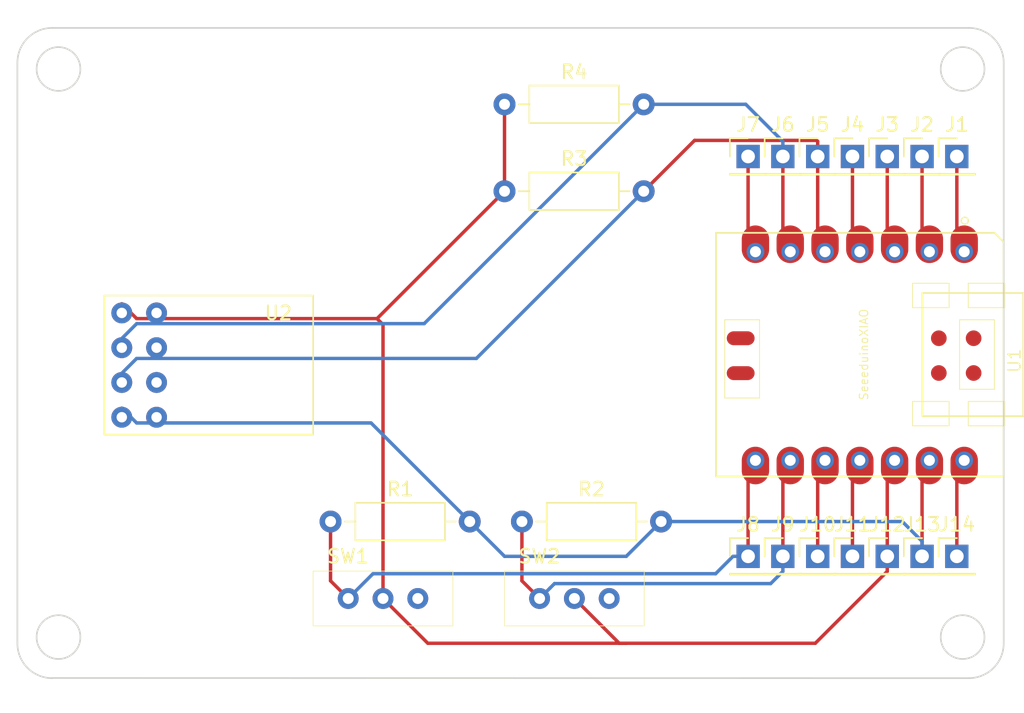
<source format=kicad_pcb>
(kicad_pcb (version 20171130) (host pcbnew "(5.1.2-1)-1")

  (general
    (thickness 1.6)
    (drawings 12)
    (tracks 81)
    (zones 0)
    (modules 22)
    (nets 25)
  )

  (page A4)
  (layers
    (0 F.Cu signal)
    (31 B.Cu signal)
    (32 B.Adhes user)
    (33 F.Adhes user)
    (34 B.Paste user)
    (35 F.Paste user)
    (36 B.SilkS user)
    (37 F.SilkS user)
    (38 B.Mask user)
    (39 F.Mask user)
    (40 Dwgs.User user)
    (41 Cmts.User user)
    (42 Eco1.User user)
    (43 Eco2.User user)
    (44 Edge.Cuts user)
    (45 Margin user)
    (46 B.CrtYd user)
    (47 F.CrtYd user)
    (48 B.Fab user)
    (49 F.Fab user)
  )

  (setup
    (last_trace_width 0.25)
    (trace_clearance 0.2)
    (zone_clearance 0.508)
    (zone_45_only no)
    (trace_min 0.2)
    (via_size 0.8)
    (via_drill 0.4)
    (via_min_size 0.4)
    (via_min_drill 0.3)
    (uvia_size 0.3)
    (uvia_drill 0.1)
    (uvias_allowed no)
    (uvia_min_size 0.2)
    (uvia_min_drill 0.1)
    (edge_width 0.05)
    (segment_width 0.2)
    (pcb_text_width 0.3)
    (pcb_text_size 1.5 1.5)
    (mod_edge_width 0.12)
    (mod_text_size 1 1)
    (mod_text_width 0.15)
    (pad_size 1.524 1.524)
    (pad_drill 0.8)
    (pad_to_mask_clearance 0.051)
    (solder_mask_min_width 0.25)
    (aux_axis_origin 0 0)
    (visible_elements FFFFFF7F)
    (pcbplotparams
      (layerselection 0x010fc_ffffffff)
      (usegerberextensions true)
      (usegerberattributes false)
      (usegerberadvancedattributes false)
      (creategerberjobfile false)
      (excludeedgelayer true)
      (linewidth 0.100000)
      (plotframeref false)
      (viasonmask false)
      (mode 1)
      (useauxorigin false)
      (hpglpennumber 1)
      (hpglpenspeed 20)
      (hpglpendiameter 15.000000)
      (psnegative false)
      (psa4output false)
      (plotreference true)
      (plotvalue true)
      (plotinvisibletext false)
      (padsonsilk false)
      (subtractmaskfromsilk false)
      (outputformat 1)
      (mirror false)
      (drillshape 0)
      (scaleselection 1)
      (outputdirectory "gerbers/"))
  )

  (net 0 "")
  (net 1 "Net-(J1-Pad1)")
  (net 2 "Net-(J2-Pad1)")
  (net 3 GND)
  (net 4 "Net-(J4-Pad1)")
  (net 5 "Net-(J5-Pad1)")
  (net 6 +3V3)
  (net 7 "Net-(J7-Pad1)")
  (net 8 "Net-(J8-Pad1)")
  (net 9 "Net-(J9-Pad1)")
  (net 10 "Net-(J10-Pad1)")
  (net 11 "Net-(J11-Pad1)")
  (net 12 "Net-(J14-Pad1)")
  (net 13 "Net-(SW1-Pad3)")
  (net 14 "Net-(SW2-Pad3)")
  (net 15 "Net-(U1-Pad15)")
  (net 16 "Net-(U1-Pad16)")
  (net 17 "Net-(U1-Pad17)")
  (net 18 "Net-(U1-Pad18)")
  (net 19 "Net-(U1-Pad19)")
  (net 20 "Net-(U1-Pad20)")
  (net 21 "Net-(U2-Pad7)")
  (net 22 "Net-(U2-Pad8)")
  (net 23 "Net-(J3-Pad1)")
  (net 24 "Net-(J6-Pad1)")

  (net_class Default "これはデフォルトのネット クラスです。"
    (clearance 0.2)
    (trace_width 0.25)
    (via_dia 0.8)
    (via_drill 0.4)
    (uvia_dia 0.3)
    (uvia_drill 0.1)
    (add_net +3V3)
    (add_net GND)
    (add_net "Net-(J1-Pad1)")
    (add_net "Net-(J10-Pad1)")
    (add_net "Net-(J11-Pad1)")
    (add_net "Net-(J14-Pad1)")
    (add_net "Net-(J2-Pad1)")
    (add_net "Net-(J3-Pad1)")
    (add_net "Net-(J4-Pad1)")
    (add_net "Net-(J5-Pad1)")
    (add_net "Net-(J6-Pad1)")
    (add_net "Net-(J7-Pad1)")
    (add_net "Net-(J8-Pad1)")
    (add_net "Net-(J9-Pad1)")
    (add_net "Net-(SW1-Pad3)")
    (add_net "Net-(SW2-Pad3)")
    (add_net "Net-(U1-Pad15)")
    (add_net "Net-(U1-Pad16)")
    (add_net "Net-(U1-Pad17)")
    (add_net "Net-(U1-Pad18)")
    (add_net "Net-(U1-Pad19)")
    (add_net "Net-(U1-Pad20)")
    (add_net "Net-(U2-Pad7)")
    (add_net "Net-(U2-Pad8)")
  )

  (module kicad_mylib:SHT-31 (layer F.Cu) (tedit 5F3F7CD0) (tstamp 5FB751C3)
    (at 6.35 -17.79)
    (path /5FB3D220)
    (fp_text reference U2 (at 12.7 -8.89) (layer F.SilkS)
      (effects (font (size 1 1) (thickness 0.15)))
    )
    (fp_text value SHT-31 (at 11.43 -7.62) (layer F.Fab)
      (effects (font (size 1 1) (thickness 0.15)))
    )
    (fp_line (start 0 0) (end 0 -10.16) (layer F.SilkS) (width 0.12))
    (fp_line (start 0 -10.16) (end 15.24 -10.16) (layer F.SilkS) (width 0.12))
    (fp_line (start 15.24 -10.16) (end 15.24 0) (layer F.SilkS) (width 0.12))
    (fp_line (start 15.24 0) (end 0 0) (layer F.SilkS) (width 0.12))
    (pad 1 thru_hole circle (at 1.27 -1.27) (size 1.524 1.524) (drill 0.762) (layers *.Cu *.Mask)
      (net 3 GND))
    (pad 2 thru_hole circle (at 1.27 -3.81) (size 1.524 1.524) (drill 0.762) (layers *.Cu *.Mask)
      (net 5 "Net-(J5-Pad1)"))
    (pad 3 thru_hole circle (at 1.27 -6.35) (size 1.524 1.524) (drill 0.762) (layers *.Cu *.Mask)
      (net 24 "Net-(J6-Pad1)"))
    (pad 4 thru_hole circle (at 1.27 -8.89) (size 1.524 1.524) (drill 0.762) (layers *.Cu *.Mask)
      (net 6 +3V3))
    (pad 5 thru_hole circle (at 3.81 -1.27) (size 1.524 1.524) (drill 0.762) (layers *.Cu *.Mask)
      (net 3 GND))
    (pad 6 thru_hole circle (at 3.81 -3.81) (size 1.524 1.524) (drill 0.762) (layers *.Cu *.Mask)
      (net 3 GND))
    (pad 7 thru_hole circle (at 3.81 -6.35) (size 1.524 1.524) (drill 0.762) (layers *.Cu *.Mask)
      (net 21 "Net-(U2-Pad7)"))
    (pad 8 thru_hole circle (at 3.81 -8.89) (size 1.524 1.524) (drill 0.762) (layers *.Cu *.Mask)
      (net 22 "Net-(U2-Pad8)"))
  )

  (module kicad_mylib:SeeedXIAO (layer F.Cu) (tedit 5F990389) (tstamp 5F44FCB8)
    (at 51 -32.53 270)
    (path /5F3F9CB8)
    (attr smd)
    (fp_text reference U1 (at 9.3345 -21.7805 90) (layer F.SilkS)
      (effects (font (size 0.889 0.889) (thickness 0.1016)))
    )
    (fp_text value SeeeduinoXIAO (at 8.89 -10.795 90) (layer F.SilkS)
      (effects (font (size 0.6096 0.6096) (thickness 0.0762)))
    )
    (fp_circle (center -0.889 -18.161) (end -0.889 -18.415) (layer F.SilkS) (width 0.1))
    (fp_line (start 4.3942 -15.06982) (end 4.3942 -22.42312) (layer F.SilkS) (width 0.127))
    (fp_line (start 13.39342 -15.06982) (end 4.3942 -15.06982) (layer F.SilkS) (width 0.127))
    (fp_line (start 13.39342 -22.42312) (end 13.39342 -15.06982) (layer F.SilkS) (width 0.127))
    (fp_line (start 4.39928 -22.42312) (end 13.39342 -22.42312) (layer F.SilkS) (width 0.127))
    (fp_line (start 0 -20.32762) (end 0 0) (layer F.SilkS) (width 0.127))
    (fp_line (start 0.67056 -20.99818) (end 0 -20.32762) (layer F.SilkS) (width 0.127))
    (fp_line (start 17.79778 -20.99818) (end 0.67056 -20.99818) (layer F.SilkS) (width 0.127))
    (fp_line (start 17.79778 0) (end 17.79778 -20.99818) (layer F.SilkS) (width 0.127))
    (fp_line (start 0 0) (end 17.79778 0) (layer F.SilkS) (width 0.127))
    (fp_line (start 0 0) (end 0 -20.955) (layer Dwgs.User) (width 0.06604))
    (fp_line (start 0 -20.955) (end 17.65046 -20.955) (layer Dwgs.User) (width 0.06604))
    (fp_line (start 17.65046 0) (end 17.65046 -20.955) (layer Dwgs.User) (width 0.06604))
    (fp_line (start 0 0) (end 17.65046 0) (layer Dwgs.User) (width 0.06604))
    (fp_line (start 12.319 -18.415) (end 12.319 -21.082) (layer F.SilkS) (width 0.06604))
    (fp_line (start 12.319 -21.082) (end 14.097 -21.082) (layer F.SilkS) (width 0.06604))
    (fp_line (start 14.097 -18.415) (end 14.097 -21.082) (layer F.SilkS) (width 0.06604))
    (fp_line (start 12.319 -18.415) (end 14.097 -18.415) (layer F.SilkS) (width 0.06604))
    (fp_line (start 12.319 -14.34846) (end 12.319 -17.018) (layer F.SilkS) (width 0.06604))
    (fp_line (start 12.319 -17.018) (end 14.097 -17.018) (layer F.SilkS) (width 0.06604))
    (fp_line (start 14.097 -14.34846) (end 14.097 -17.018) (layer F.SilkS) (width 0.06604))
    (fp_line (start 12.319 -14.34846) (end 14.097 -14.34846) (layer F.SilkS) (width 0.06604))
    (fp_line (start 3.683 -14.34846) (end 3.683 -17.018) (layer F.SilkS) (width 0.06604))
    (fp_line (start 3.683 -17.018) (end 5.461 -17.018) (layer F.SilkS) (width 0.06604))
    (fp_line (start 5.461 -14.34846) (end 5.461 -17.018) (layer F.SilkS) (width 0.06604))
    (fp_line (start 3.683 -14.34846) (end 5.461 -14.34846) (layer F.SilkS) (width 0.06604))
    (fp_line (start 3.683 -18.415) (end 3.683 -21.082) (layer F.SilkS) (width 0.06604))
    (fp_line (start 3.683 -21.082) (end 5.461 -21.082) (layer F.SilkS) (width 0.06604))
    (fp_line (start 5.461 -18.415) (end 5.461 -21.082) (layer F.SilkS) (width 0.06604))
    (fp_line (start 3.683 -18.415) (end 5.461 -18.415) (layer F.SilkS) (width 0.06604))
    (fp_line (start 6.35 -0.635) (end 6.35 -3.175) (layer F.SilkS) (width 0.06604))
    (fp_line (start 6.35 -3.175) (end 12.065 -3.175) (layer F.SilkS) (width 0.06604))
    (fp_line (start 12.065 -0.635) (end 12.065 -3.175) (layer F.SilkS) (width 0.06604))
    (fp_line (start 6.35 -0.635) (end 12.065 -0.635) (layer F.SilkS) (width 0.06604))
    (fp_line (start 6.35 -17.78) (end 6.35 -20.32) (layer F.SilkS) (width 0.06604))
    (fp_line (start 6.35 -20.32) (end 11.43 -20.32) (layer F.SilkS) (width 0.06604))
    (fp_line (start 11.43 -17.78) (end 11.43 -20.32) (layer F.SilkS) (width 0.06604))
    (fp_line (start 6.35 -17.78) (end 11.43 -17.78) (layer F.SilkS) (width 0.06604))
    (fp_line (start 11.95 -16.3) (end 11.961684 -16.287047) (layer F.Fab) (width 0.0254))
    (fp_line (start 11.449875 -16.196876) (end 11.456479 -16.213132) (layer F.Fab) (width 0.0254))
    (fp_line (start 11.679744 -16.389663) (end 11.697016 -16.392203) (layer F.Fab) (width 0.0254))
    (fp_line (start 11.866435 -16.362231) (end 11.881928 -16.354103) (layer F.Fab) (width 0.0254))
    (fp_line (start 11.937555 -16.312447) (end 11.95 -16.3) (layer F.Fab) (width 0.0254))
    (fp_line (start 11.961684 -16.287047) (end 11.972352 -16.273331) (layer F.Fab) (width 0.0254))
    (fp_line (start 11.972352 -16.273331) (end 11.982512 -16.259107) (layer F.Fab) (width 0.0254))
    (fp_line (start 11.800903 -16.386107) (end 11.81792 -16.381535) (layer F.Fab) (width 0.0254))
    (fp_line (start 12.02366 -16.163348) (end 12.027216 -16.146331) (layer F.Fab) (width 0.0254))
    (fp_line (start 12.029756 -16.129059) (end 12.03128 -16.111787) (layer F.Fab) (width 0.0254))
    (fp_line (start 12.029756 -16.059463) (end 12.027216 -16.042191) (layer F.Fab) (width 0.0254))
    (fp_line (start 11.612943 -16.369596) (end 11.629199 -16.3762) (layer F.Fab) (width 0.0254))
    (fp_line (start 11.697016 -16.392203) (end 11.714288 -16.393727) (layer F.Fab) (width 0.0254))
    (fp_line (start 12.031788 -16.09426) (end 12.03128 -16.076735) (layer F.Fab) (width 0.0254))
    (fp_line (start 11.731815 -16.394235) (end 11.74934 -16.393727) (layer F.Fab) (width 0.0254))
    (fp_line (start 11.910884 -16.334799) (end 11.9246 -16.324131) (layer F.Fab) (width 0.0254))
    (fp_line (start 12.027216 -16.042191) (end 12.02366 -16.025172) (layer F.Fab) (width 0.0254))
    (fp_line (start 11.491276 -16.273331) (end 11.501944 -16.287047) (layer F.Fab) (width 0.0254))
    (fp_line (start 11.881928 -16.354103) (end 11.89666 -16.344959) (layer F.Fab) (width 0.0254))
    (fp_line (start 12.02366 -16.025172) (end 12.019088 -16.008155) (layer F.Fab) (width 0.0254))
    (fp_line (start 12.019088 -16.008155) (end 12.013755 -15.991644) (layer F.Fab) (width 0.0254))
    (fp_line (start 11.552744 -16.334799) (end 11.566968 -16.344959) (layer F.Fab) (width 0.0254))
    (fp_line (start 11.982512 -16.259107) (end 11.991656 -16.244375) (layer F.Fab) (width 0.0254))
    (fp_line (start 11.74934 -16.393727) (end 11.766612 -16.392203) (layer F.Fab) (width 0.0254))
    (fp_line (start 11.999784 -16.22888) (end 12.007151 -16.213132) (layer F.Fab) (width 0.0254))
    (fp_line (start 12.007151 -16.213132) (end 12.013755 -16.196876) (layer F.Fab) (width 0.0254))
    (fp_line (start 11.645708 -16.381535) (end 11.662727 -16.386107) (layer F.Fab) (width 0.0254))
    (fp_line (start 12.027216 -16.146331) (end 12.029756 -16.129059) (layer F.Fab) (width 0.0254))
    (fp_line (start 12.013755 -15.991644) (end 12.007151 -15.975388) (layer F.Fab) (width 0.0254))
    (fp_line (start 12.007151 -15.975388) (end 11.999784 -15.95964) (layer F.Fab) (width 0.0254))
    (fp_line (start 11.999784 -15.95964) (end 11.991656 -15.944147) (layer F.Fab) (width 0.0254))
    (fp_line (start 12.03128 -16.076735) (end 12.029756 -16.059463) (layer F.Fab) (width 0.0254))
    (fp_line (start 11.456479 -16.213132) (end 11.463844 -16.22888) (layer F.Fab) (width 0.0254))
    (fp_line (start 11.991656 -16.244375) (end 11.999784 -16.22888) (layer F.Fab) (width 0.0254))
    (fp_line (start 12.013755 -16.196876) (end 12.019088 -16.180367) (layer F.Fab) (width 0.0254))
    (fp_line (start 11.991656 -15.944147) (end 11.982512 -15.929415) (layer F.Fab) (width 0.0254))
    (fp_line (start 11.982512 -15.929415) (end 11.972352 -15.915191) (layer F.Fab) (width 0.0254))
    (fp_line (start 11.972352 -15.915191) (end 11.961684 -15.901475) (layer F.Fab) (width 0.0254))
    (fp_line (start 11.501944 -16.287047) (end 11.513628 -16.3) (layer F.Fab) (width 0.0254))
    (fp_line (start 12.019088 -16.180367) (end 12.02366 -16.163348) (layer F.Fab) (width 0.0254))
    (fp_line (start 11.95 -15.88852) (end 11.937555 -15.876075) (layer F.Fab) (width 0.0254))
    (fp_line (start 11.463844 -16.22888) (end 11.471972 -16.24412) (layer F.Fab) (width 0.0254))
    (fp_line (start 11.937555 -15.876075) (end 11.9246 -15.864391) (layer F.Fab) (width 0.0254))
    (fp_line (start 11.9246 -15.864391) (end 11.910884 -15.853723) (layer F.Fab) (width 0.0254))
    (fp_line (start 11.597195 -16.362231) (end 11.612943 -16.369596) (layer F.Fab) (width 0.0254))
    (fp_line (start 11.471972 -16.24412) (end 11.481116 -16.259107) (layer F.Fab) (width 0.0254))
    (fp_line (start 11.581955 -16.354103) (end 11.597195 -16.362231) (layer F.Fab) (width 0.0254))
    (fp_line (start 11.566968 -16.344959) (end 11.581955 -16.354103) (layer F.Fab) (width 0.0254))
    (fp_line (start 11.629199 -16.3762) (end 11.645708 -16.381535) (layer F.Fab) (width 0.0254))
    (fp_line (start 11.714288 -16.393727) (end 11.731815 -16.394235) (layer F.Fab) (width 0.0254))
    (fp_line (start 11.783884 -16.389663) (end 11.800903 -16.386107) (layer F.Fab) (width 0.0254))
    (fp_line (start 11.850687 -16.369596) (end 11.866435 -16.362231) (layer F.Fab) (width 0.0254))
    (fp_line (start 11.89666 -16.344959) (end 11.910884 -16.334799) (layer F.Fab) (width 0.0254))
    (fp_line (start 12.03128 -16.111787) (end 12.031788 -16.09426) (layer F.Fab) (width 0.0254))
    (fp_line (start 11.961684 -15.901475) (end 11.95 -15.88852) (layer F.Fab) (width 0.0254))
    (fp_line (start 11.513628 -16.3) (end 11.526075 -16.312447) (layer F.Fab) (width 0.0254))
    (fp_line (start 11.662727 -16.386107) (end 11.679744 -16.389663) (layer F.Fab) (width 0.0254))
    (fp_line (start 11.526075 -16.312447) (end 11.539028 -16.324131) (layer F.Fab) (width 0.0254))
    (fp_line (start 11.481116 -16.259107) (end 11.491276 -16.273331) (layer F.Fab) (width 0.0254))
    (fp_line (start 11.766612 -16.392203) (end 11.783884 -16.389663) (layer F.Fab) (width 0.0254))
    (fp_line (start 11.81792 -16.381535) (end 11.834431 -16.3762) (layer F.Fab) (width 0.0254))
    (fp_line (start 11.834431 -16.3762) (end 11.850687 -16.369596) (layer F.Fab) (width 0.0254))
    (fp_line (start 11.539028 -16.324131) (end 11.552744 -16.334799) (layer F.Fab) (width 0.0254))
    (fp_line (start 11.9246 -16.324131) (end 11.937555 -16.312447) (layer F.Fab) (width 0.0254))
    (fp_line (start 11.74934 -15.794795) (end 11.731815 -15.794287) (layer F.Fab) (width 0.0254))
    (fp_line (start 5.916992 -15.796319) (end 5.89972 -15.798859) (layer F.Fab) (width 0.0254))
    (fp_line (start 5.882703 -15.802415) (end 5.865684 -15.806987) (layer F.Fab) (width 0.0254))
    (fp_line (start 5.865684 -15.806987) (end 5.849175 -15.81232) (layer F.Fab) (width 0.0254))
    (fp_line (start 5.832919 -15.818924) (end 5.817171 -15.826291) (layer F.Fab) (width 0.0254))
    (fp_line (start 5.817171 -15.826291) (end 5.801931 -15.834419) (layer F.Fab) (width 0.0254))
    (fp_line (start 5.801931 -15.834419) (end 5.786944 -15.843563) (layer F.Fab) (width 0.0254))
    (fp_line (start 11.81792 -15.806987) (end 11.800903 -15.802415) (layer F.Fab) (width 0.0254))
    (fp_line (start 5.89972 -15.798859) (end 5.882703 -15.802415) (layer F.Fab) (width 0.0254))
    (fp_line (start 5.786944 -15.843563) (end 5.77272 -15.853723) (layer F.Fab) (width 0.0254))
    (fp_line (start 5.849175 -15.81232) (end 5.832919 -15.818924) (layer F.Fab) (width 0.0254))
    (fp_line (start 5.934264 -15.794795) (end 5.916992 -15.796319) (layer F.Fab) (width 0.0254))
    (fp_line (start 5.77272 -15.853723) (end 5.759004 -15.864391) (layer F.Fab) (width 0.0254))
    (fp_line (start 5.759004 -15.864391) (end 5.746051 -15.876075) (layer F.Fab) (width 0.0254))
    (fp_line (start 5.746051 -15.876075) (end 5.733604 -15.88852) (layer F.Fab) (width 0.0254))
    (fp_line (start 5.72192 -15.901475) (end 5.711252 -15.915191) (layer F.Fab) (width 0.0254))
    (fp_line (start 11.89666 -15.843563) (end 11.881928 -15.834419) (layer F.Fab) (width 0.0254))
    (fp_line (start 5.711252 -15.915191) (end 5.701092 -15.929415) (layer F.Fab) (width 0.0254))
    (fp_line (start 5.951791 -15.794287) (end 5.934264 -15.794795) (layer F.Fab) (width 0.0254))
    (fp_line (start 11.783884 -15.798859) (end 11.766612 -15.796319) (layer F.Fab) (width 0.0254))
    (fp_line (start 5.733604 -15.88852) (end 5.72192 -15.901475) (layer F.Fab) (width 0.0254))
    (fp_line (start 11.800903 -15.802415) (end 11.783884 -15.798859) (layer F.Fab) (width 0.0254))
    (fp_line (start 11.866435 -15.826291) (end 11.850687 -15.818924) (layer F.Fab) (width 0.0254))
    (fp_line (start 11.766612 -15.796319) (end 11.74934 -15.794795) (layer F.Fab) (width 0.0254))
    (fp_line (start 11.910884 -15.853723) (end 11.89666 -15.843563) (layer F.Fab) (width 0.0254))
    (fp_line (start 11.834431 -15.81232) (end 11.81792 -15.806987) (layer F.Fab) (width 0.0254))
    (fp_line (start 11.850687 -15.818924) (end 11.834431 -15.81232) (layer F.Fab) (width 0.0254))
    (fp_line (start 11.881928 -15.834419) (end 11.866435 -15.826291) (layer F.Fab) (width 0.0254))
    (fp_line (start 3.548951 -12.603539) (end 3.549712 -12.579916) (layer F.Fab) (width 0.0254))
    (fp_line (start 3.545903 -12.509559) (end 3.5426 -12.486191) (layer F.Fab) (width 0.0254))
    (fp_line (start 3.549459 -12.556548) (end 3.548188 -12.532927) (layer F.Fab) (width 0.0254))
    (fp_line (start 3.538536 -12.463076) (end 3.533203 -12.440216) (layer F.Fab) (width 0.0254))
    (fp_line (start 3.436936 -12.907576) (end 3.450907 -12.88878) (layer F.Fab) (width 0.0254))
    (fp_line (start 3.511612 -12.37316) (end 3.502723 -12.351571) (layer F.Fab) (width 0.0254))
    (fp_line (start 3.492563 -12.330235) (end 3.481895 -12.309407) (layer F.Fab) (width 0.0254))
    (fp_line (start 3.481895 -12.309407) (end 3.469956 -12.289087) (layer F.Fab) (width 0.0254))
    (fp_line (start 3.476052 -12.849156) (end 3.487228 -12.828328) (layer F.Fab) (width 0.0254))
    (fp_line (start 3.414584 -12.21314) (end 3.398836 -12.195868) (layer F.Fab) (width 0.0254))
    (fp_line (start 3.22764 -12.073695) (end 3.206051 -12.064296) (layer F.Fab) (width 0.0254))
    (fp_line (start 3.398836 -12.195868) (end 3.382327 -12.179104) (layer F.Fab) (width 0.0254))
    (fp_line (start 3.206051 -12.064296) (end 3.184207 -12.055915) (layer F.Fab) (width 0.0254))
    (fp_line (start 3.116388 -12.036611) (end 3.093275 -12.032292) (layer F.Fab) (width 0.0254))
    (fp_line (start 3.093275 -12.032292) (end 3.07016 -12.028736) (layer F.Fab) (width 0.0254))
    (fp_line (start 3.07016 -12.028736) (end 3.046792 -12.026196) (layer F.Fab) (width 0.0254))
    (fp_line (start 3.547172 -12.626907) (end 3.548951 -12.603539) (layer F.Fab) (width 0.0254))
    (fp_line (start 3.469956 -12.289087) (end 3.457511 -12.269275) (layer F.Fab) (width 0.0254))
    (fp_line (start 3.406964 -12.943899) (end 3.422204 -12.926119) (layer F.Fab) (width 0.0254))
    (fp_line (start 3.248976 -12.083855) (end 3.22764 -12.073695) (layer F.Fab) (width 0.0254))
    (fp_line (start 3.289871 -12.106968) (end 3.269551 -12.095031) (layer F.Fab) (width 0.0254))
    (fp_line (start 3.046792 -12.026196) (end 3.023424 -12.024672) (layer F.Fab) (width 0.0254))
    (fp_line (start 3.382327 -12.179104) (end 3.365055 -12.163103) (layer F.Fab) (width 0.0254))
    (fp_line (start 3.023424 -12.024672) (end 2.999803 -12.024164) (layer F.Fab) (width 0.0254))
    (fp_line (start 3.365055 -12.163103) (end 3.347275 -12.147863) (layer F.Fab) (width 0.0254))
    (fp_line (start 3.269551 -12.095031) (end 3.248976 -12.083855) (layer F.Fab) (width 0.0254))
    (fp_line (start 3.161855 -12.048548) (end 3.139248 -12.042199) (layer F.Fab) (width 0.0254))
    (fp_line (start 3.139248 -12.042199) (end 3.116388 -12.036611) (layer F.Fab) (width 0.0254))
    (fp_line (start 3.46386 -12.869223) (end 3.476052 -12.849156) (layer F.Fab) (width 0.0254))
    (fp_line (start 3.530155 -12.719363) (end 3.535996 -12.696503) (layer F.Fab) (width 0.0254))
    (fp_line (start 3.51974 -12.395259) (end 3.511612 -12.37316) (layer F.Fab) (width 0.0254))
    (fp_line (start 3.184207 -12.055915) (end 3.161855 -12.048548) (layer F.Fab) (width 0.0254))
    (fp_line (start 3.515931 -12.764067) (end 3.523551 -12.741715) (layer F.Fab) (width 0.0254))
    (fp_line (start 3.523551 -12.741715) (end 3.530155 -12.719363) (layer F.Fab) (width 0.0254))
    (fp_line (start 3.422204 -12.926119) (end 3.436936 -12.907576) (layer F.Fab) (width 0.0254))
    (fp_line (start 3.450907 -12.88878) (end 3.46386 -12.869223) (layer F.Fab) (width 0.0254))
    (fp_line (start 3.533203 -12.440216) (end 3.527107 -12.417611) (layer F.Fab) (width 0.0254))
    (fp_line (start 3.444048 -12.249971) (end 3.429824 -12.231175) (layer F.Fab) (width 0.0254))
    (fp_line (start 3.548188 -12.532927) (end 3.545903 -12.509559) (layer F.Fab) (width 0.0254))
    (fp_line (start 3.328732 -12.133384) (end 3.309683 -12.119668) (layer F.Fab) (width 0.0254))
    (fp_line (start 3.507295 -12.785911) (end 3.515931 -12.764067) (layer F.Fab) (width 0.0254))
    (fp_line (start 3.457511 -12.269275) (end 3.444048 -12.249971) (layer F.Fab) (width 0.0254))
    (fp_line (start 3.5426 -12.486191) (end 3.538536 -12.463076) (layer F.Fab) (width 0.0254))
    (fp_line (start 3.502723 -12.351571) (end 3.492563 -12.330235) (layer F.Fab) (width 0.0254))
    (fp_line (start 3.429824 -12.231175) (end 3.414584 -12.21314) (layer F.Fab) (width 0.0254))
    (fp_line (start 3.309683 -12.119668) (end 3.289871 -12.106968) (layer F.Fab) (width 0.0254))
    (fp_line (start 3.347275 -12.147863) (end 3.328732 -12.133384) (layer F.Fab) (width 0.0254))
    (fp_line (start 3.527107 -12.417611) (end 3.51974 -12.395259) (layer F.Fab) (width 0.0254))
    (fp_line (start 3.487228 -12.828328) (end 3.497896 -12.807247) (layer F.Fab) (width 0.0254))
    (fp_line (start 3.497896 -12.807247) (end 3.507295 -12.785911) (layer F.Fab) (width 0.0254))
    (fp_line (start 3.549712 -12.579916) (end 3.549459 -12.556548) (layer F.Fab) (width 0.0254))
    (fp_line (start 3.535996 -12.696503) (end 3.540568 -12.673388) (layer F.Fab) (width 0.0254))
    (fp_line (start 3.540568 -12.673388) (end 3.544379 -12.650275) (layer F.Fab) (width 0.0254))
    (fp_line (start 3.544379 -12.650275) (end 3.547172 -12.626907) (layer F.Fab) (width 0.0254))
    (fp_line (start 15.895891 -20.904767) (end 15.846868 -20.908831) (layer F.Fab) (width 0.0254))
    (fp_line (start 1.690179 -20.892828) (end 1.641664 -20.885208) (layer F.Fab) (width 0.0254))
    (fp_line (start 16.04194 -20.885208) (end 15.993427 -20.892828) (layer F.Fab) (width 0.0254))
    (fp_line (start 1.885504 -20.911879) (end 1.836736 -20.908831) (layer F.Fab) (width 0.0254))
    (fp_line (start 16.0902 -20.876319) (end 16.04194 -20.885208) (layer F.Fab) (width 0.0254))
    (fp_line (start 15.993427 -20.892828) (end 15.944659 -20.899432) (layer F.Fab) (width 0.0254))
    (fp_line (start 1.641664 -20.885208) (end 1.593404 -20.876319) (layer F.Fab) (width 0.0254))
    (fp_line (start 1.593404 -20.876319) (end 1.545399 -20.866412) (layer F.Fab) (width 0.0254))
    (fp_line (start 16.138207 -20.866412) (end 16.0902 -20.876319) (layer F.Fab) (width 0.0254))
    (fp_line (start 15.7981 -20.911879) (end 15.748824 -20.913656) (layer F.Fab) (width 0.0254))
    (fp_line (start 1.836736 -20.908831) (end 1.787715 -20.904767) (layer F.Fab) (width 0.0254))
    (fp_line (start 16.327691 -20.814596) (end 16.280955 -20.829328) (layer F.Fab) (width 0.0254))
    (fp_line (start 15.699803 -20.914164) (end 1.983803 -20.914164) (layer F.Fab) (width 0.0254))
    (fp_line (start 16.233711 -20.842791) (end 16.186212 -20.855236) (layer F.Fab) (width 0.0254))
    (fp_line (start 16.186212 -20.855236) (end 16.138207 -20.866412) (layer F.Fab) (width 0.0254))
    (fp_line (start 16.280955 -20.829328) (end 16.233711 -20.842791) (layer F.Fab) (width 0.0254))
    (fp_line (start 15.846868 -20.908831) (end 15.7981 -20.911879) (layer F.Fab) (width 0.0254))
    (fp_line (start 15.748824 -20.913656) (end 15.699803 -20.914164) (layer F.Fab) (width 0.0254))
    (fp_line (start 1.983803 -20.914164) (end 1.93478 -20.913656) (layer F.Fab) (width 0.0254))
    (fp_line (start 15.944659 -20.899432) (end 15.895891 -20.904767) (layer F.Fab) (width 0.0254))
    (fp_line (start 1.93478 -20.913656) (end 1.885504 -20.911879) (layer F.Fab) (width 0.0254))
    (fp_line (start 1.787715 -20.904767) (end 1.738947 -20.899432) (layer F.Fab) (width 0.0254))
    (fp_line (start 1.738947 -20.899432) (end 1.690179 -20.892828) (layer F.Fab) (width 0.0254))
    (fp_line (start -0.010352 -19.272563) (end -0.019241 -19.224303) (layer F.Fab) (width 0.0254))
    (fp_line (start -0.047689 -18.931187) (end -0.048197 -18.882164) (layer F.Fab) (width 0.0254))
    (fp_line (start -0.048197 -18.882164) (end -0.048197 -1.946207) (layer F.Fab) (width 0.0254))
    (fp_line (start -0.026861 -19.175788) (end -0.033465 -19.12702) (layer F.Fab) (width 0.0254))
    (fp_line (start -0.045912 -1.847908) (end -0.042864 -1.79914) (layer F.Fab) (width 0.0254))
    (fp_line (start -0.033465 -1.701351) (end -0.026861 -1.652583) (layer F.Fab) (width 0.0254))
    (fp_line (start -0.033465 -19.12702) (end -0.0388 -19.078252) (layer F.Fab) (width 0.0254))
    (fp_line (start -0.026861 -1.652583) (end -0.019241 -1.604068) (layer F.Fab) (width 0.0254))
    (fp_line (start -0.019241 -1.604068) (end -0.010352 -1.555808) (layer F.Fab) (width 0.0254))
    (fp_line (start -0.010352 -1.555808) (end -0.000445 -1.507803) (layer F.Fab) (width 0.0254))
    (fp_line (start -0.045912 -18.980463) (end -0.047689 -18.931187) (layer F.Fab) (width 0.0254))
    (fp_line (start -0.000445 -1.507803) (end 0.010731 -1.459796) (layer F.Fab) (width 0.0254))
    (fp_line (start -0.042864 -1.79914) (end -0.0388 -1.750119) (layer F.Fab) (width 0.0254))
    (fp_line (start -0.0388 -1.750119) (end -0.033465 -1.701351) (layer F.Fab) (width 0.0254))
    (fp_line (start 0.010731 -1.459796) (end 0.023176 -1.412299) (layer F.Fab) (width 0.0254))
    (fp_line (start 0.023176 -1.412299) (end 0.036639 -1.365055) (layer F.Fab) (width 0.0254))
    (fp_line (start 0.010731 -19.368575) (end -0.000445 -19.320568) (layer F.Fab) (width 0.0254))
    (fp_line (start -0.019241 -19.224303) (end -0.026861 -19.175788) (layer F.Fab) (width 0.0254))
    (fp_line (start -0.0388 -19.078252) (end -0.042864 -19.029231) (layer F.Fab) (width 0.0254))
    (fp_line (start -0.042864 -19.029231) (end -0.045912 -18.980463) (layer F.Fab) (width 0.0254))
    (fp_line (start -0.048197 -1.946207) (end -0.047689 -1.897184) (layer F.Fab) (width 0.0254))
    (fp_line (start -0.000445 -19.320568) (end -0.010352 -19.272563) (layer F.Fab) (width 0.0254))
    (fp_line (start -0.047689 -1.897184) (end -0.045912 -1.847908) (layer F.Fab) (width 0.0254))
    (fp_line (start 0.870267 -20.581932) (end 0.829372 -20.5545) (layer F.Fab) (width 0.0254))
    (fp_line (start 0.636332 -20.403116) (end 0.600011 -20.370096) (layer F.Fab) (width 0.0254))
    (fp_line (start 0.600011 -20.370096) (end 0.564451 -20.336315) (layer F.Fab) (width 0.0254))
    (fp_line (start 1.217484 -20.764051) (end 1.172272 -20.745) (layer F.Fab) (width 0.0254))
    (fp_line (start 1.545399 -20.866412) (end 1.497392 -20.855236) (layer F.Fab) (width 0.0254))
    (fp_line (start 1.263204 -20.782084) (end 1.217484 -20.764051) (layer F.Fab) (width 0.0254))
    (fp_line (start 1.083119 -20.703599) (end 1.039431 -20.6815) (layer F.Fab) (width 0.0254))
    (fp_line (start 1.449895 -20.842791) (end 1.402651 -20.829328) (layer F.Fab) (width 0.0254))
    (fp_line (start 1.127568 -20.724935) (end 1.083119 -20.703599) (layer F.Fab) (width 0.0254))
    (fp_line (start 0.711516 -20.466363) (end 0.673416 -20.435375) (layer F.Fab) (width 0.0254))
    (fp_line (start 1.497392 -20.855236) (end 1.449895 -20.842791) (layer F.Fab) (width 0.0254))
    (fp_line (start 0.789495 -20.526052) (end 0.750124 -20.496843) (layer F.Fab) (width 0.0254))
    (fp_line (start 1.172272 -20.745) (end 1.127568 -20.724935) (layer F.Fab) (width 0.0254))
    (fp_line (start 1.039431 -20.6815) (end 0.996251 -20.658132) (layer F.Fab) (width 0.0254))
    (fp_line (start 1.355915 -20.814596) (end 1.309432 -20.798848) (layer F.Fab) (width 0.0254))
    (fp_line (start 0.953579 -20.633748) (end 0.911668 -20.608348) (layer F.Fab) (width 0.0254))
    (fp_line (start 1.309432 -20.798848) (end 1.263204 -20.782084) (layer F.Fab) (width 0.0254))
    (fp_line (start 0.911668 -20.608348) (end 0.870267 -20.581932) (layer F.Fab) (width 0.0254))
    (fp_line (start 0.996251 -20.658132) (end 0.953579 -20.633748) (layer F.Fab) (width 0.0254))
    (fp_line (start 1.402651 -20.829328) (end 1.355915 -20.814596) (layer F.Fab) (width 0.0254))
    (fp_line (start 0.829372 -20.5545) (end 0.789495 -20.526052) (layer F.Fab) (width 0.0254))
    (fp_line (start 0.750124 -20.496843) (end 0.711516 -20.466363) (layer F.Fab) (width 0.0254))
    (fp_line (start 0.673416 -20.435375) (end 0.636332 -20.403116) (layer F.Fab) (width 0.0254))
    (fp_line (start 17.632235 -19.510052) (end 17.616487 -19.556535) (layer F.Fab) (width 0.0254))
    (fp_line (start 17.451387 -19.912388) (end 17.425987 -19.954299) (layer F.Fab) (width 0.0254))
    (fp_line (start 17.372139 -20.036595) (end 17.343691 -20.076472) (layer F.Fab) (width 0.0254))
    (fp_line (start 17.343691 -20.076472) (end 17.31448 -20.115843) (layer F.Fab) (width 0.0254))
    (fp_line (start 17.31448 -20.115843) (end 17.284 -20.154451) (layer F.Fab) (width 0.0254))
    (fp_line (start 17.284 -20.154451) (end 17.253012 -20.192551) (layer F.Fab) (width 0.0254))
    (fp_line (start 17.693956 -19.272563) (end 17.684051 -19.320568) (layer F.Fab) (width 0.0254))
    (fp_line (start 17.562639 -19.693695) (end 17.542572 -19.738399) (layer F.Fab) (width 0.0254))
    (fp_line (start 17.702847 -19.224303) (end 17.693956 -19.272563) (layer F.Fab) (width 0.0254))
    (fp_line (start 17.475771 -19.869716) (end 17.451387 -19.912388) (layer F.Fab) (width 0.0254))
    (fp_line (start 17.399571 -19.9957) (end 17.372139 -20.036595) (layer F.Fab) (width 0.0254))
    (fp_line (start 17.599723 -19.602763) (end 17.581688 -19.648483) (layer F.Fab) (width 0.0254))
    (fp_line (start 17.710467 -19.175788) (end 17.702847 -19.224303) (layer F.Fab) (width 0.0254))
    (fp_line (start 17.684051 -19.320568) (end 17.672875 -19.368575) (layer F.Fab) (width 0.0254))
    (fp_line (start 17.646967 -19.463316) (end 17.632235 -19.510052) (layer F.Fab) (width 0.0254))
    (fp_line (start 17.660428 -19.416072) (end 17.646967 -19.463316) (layer F.Fab) (width 0.0254))
    (fp_line (start 17.616487 -19.556535) (end 17.599723 -19.602763) (layer F.Fab) (width 0.0254))
    (fp_line (start 17.581688 -19.648483) (end 17.562639 -19.693695) (layer F.Fab) (width 0.0254))
    (fp_line (start 17.672875 -19.368575) (end 17.660428 -19.416072) (layer F.Fab) (width 0.0254))
    (fp_line (start 17.542572 -19.738399) (end 17.521236 -19.782848) (layer F.Fab) (width 0.0254))
    (fp_line (start 17.521236 -19.782848) (end 17.499139 -19.826536) (layer F.Fab) (width 0.0254))
    (fp_line (start 17.499139 -19.826536) (end 17.475771 -19.869716) (layer F.Fab) (width 0.0254))
    (fp_line (start 17.425987 -19.954299) (end 17.399571 -19.9957) (layer F.Fab) (width 0.0254))
    (fp_line (start 14.301279 -1.779328) (end 14.284768 -1.796092) (layer F.Fab) (width 0.0254))
    (fp_line (start 17.729516 -1.847908) (end 17.731295 -1.897184) (layer F.Fab) (width 0.0254))
    (fp_line (start 14.25378 -1.831399) (end 14.239556 -1.850195) (layer F.Fab) (width 0.0254))
    (fp_line (start 14.171992 -1.973384) (end 14.163864 -1.995483) (layer F.Fab) (width 0.0254))
    (fp_line (start 14.239556 -1.850195) (end 14.226095 -1.869499) (layer F.Fab) (width 0.0254))
    (fp_line (start 14.318551 -1.763327) (end 14.301279 -1.779328) (layer F.Fab) (width 0.0254))
    (fp_line (start 14.284768 -1.796092) (end 14.26902 -1.813364) (layer F.Fab) (width 0.0254))
    (fp_line (start 14.414055 -1.695255) (end 14.393735 -1.707192) (layer F.Fab) (width 0.0254))
    (fp_line (start 17.731295 -1.897184) (end 17.731803 -1.946207) (layer F.Fab) (width 0.0254))
    (fp_line (start 14.613444 -1.62896) (end 14.590331 -1.632516) (layer F.Fab) (width 0.0254))
    (fp_line (start 14.26902 -1.813364) (end 14.25378 -1.831399) (layer F.Fab) (width 0.0254))
    (fp_line (start 14.213648 -1.889311) (end 14.201711 -1.909631) (layer F.Fab) (width 0.0254))
    (fp_line (start 14.141004 -2.086415) (end 14.137703 -2.109783) (layer F.Fab) (width 0.0254))
    (fp_line (start 14.434628 -1.684079) (end 14.414055 -1.695255) (layer F.Fab) (width 0.0254))
    (fp_line (start 14.477555 -1.66452) (end 14.455964 -1.673919) (layer F.Fab) (width 0.0254))
    (fp_line (start 14.163864 -1.995483) (end 14.156499 -2.017835) (layer F.Fab) (width 0.0254))
    (fp_line (start 14.590331 -1.632516) (end 14.567216 -1.636835) (layer F.Fab) (width 0.0254))
    (fp_line (start 14.150403 -2.04044) (end 14.145068 -2.0633) (layer F.Fab) (width 0.0254))
    (fp_line (start 17.722404 -1.750119) (end 17.726468 -1.79914) (layer F.Fab) (width 0.0254))
    (fp_line (start 14.567216 -1.636835) (end 14.544356 -1.642423) (layer F.Fab) (width 0.0254))
    (fp_line (start 14.455964 -1.673919) (end 14.434628 -1.684079) (layer F.Fab) (width 0.0254))
    (fp_line (start 14.354872 -1.733608) (end 14.336331 -1.748087) (layer F.Fab) (width 0.0254))
    (fp_line (start 14.145068 -2.0633) (end 14.141004 -2.086415) (layer F.Fab) (width 0.0254))
    (fp_line (start 14.336331 -1.748087) (end 14.318551 -1.763327) (layer F.Fab) (width 0.0254))
    (fp_line (start 14.137703 -2.109783) (end 14.135416 -2.133151) (layer F.Fab) (width 0.0254))
    (fp_line (start 14.135416 -2.133151) (end 14.134147 -2.156772) (layer F.Fab) (width 0.0254))
    (fp_line (start 14.201711 -1.909631) (end 14.191043 -1.930459) (layer F.Fab) (width 0.0254))
    (fp_line (start 14.373923 -1.719892) (end 14.354872 -1.733608) (layer F.Fab) (width 0.0254))
    (fp_line (start 14.134147 -2.156772) (end 14.133892 -2.18014) (layer F.Fab) (width 0.0254))
    (fp_line (start 14.133892 -2.18014) (end 14.134655 -2.203763) (layer F.Fab) (width 0.0254))
    (fp_line (start 14.134655 -2.203763) (end 14.136432 -2.227131) (layer F.Fab) (width 0.0254))
    (fp_line (start 14.136432 -2.227131) (end 14.139227 -2.250499) (layer F.Fab) (width 0.0254))
    (fp_line (start 14.521751 -1.648772) (end 14.499399 -1.656139) (layer F.Fab) (width 0.0254))
    (fp_line (start 14.226095 -1.869499) (end 14.213648 -1.889311) (layer F.Fab) (width 0.0254))
    (fp_line (start 14.683803 -1.624388) (end 14.66018 -1.624896) (layer F.Fab) (width 0.0254))
    (fp_line (start 14.191043 -1.930459) (end 14.180883 -1.951795) (layer F.Fab) (width 0.0254))
    (fp_line (start 14.180883 -1.951795) (end 14.171992 -1.973384) (layer F.Fab) (width 0.0254))
    (fp_line (start 14.139227 -2.250499) (end 14.143036 -2.273612) (layer F.Fab) (width 0.0254))
    (fp_line (start 14.66018 -1.624896) (end 14.636812 -1.62642) (layer F.Fab) (width 0.0254))
    (fp_line (start 14.499399 -1.656139) (end 14.477555 -1.66452) (layer F.Fab) (width 0.0254))
    (fp_line (start 17.726468 -1.79914) (end 17.729516 -1.847908) (layer F.Fab) (width 0.0254))
    (fp_line (start 14.544356 -1.642423) (end 14.521751 -1.648772) (layer F.Fab) (width 0.0254))
    (fp_line (start 14.143036 -2.273612) (end 14.147608 -2.296727) (layer F.Fab) (width 0.0254))
    (fp_line (start 14.156499 -2.017835) (end 14.150403 -2.04044) (layer F.Fab) (width 0.0254))
    (fp_line (start 14.393735 -1.707192) (end 14.373923 -1.719892) (layer F.Fab) (width 0.0254))
    (fp_line (start 14.636812 -1.62642) (end 14.613444 -1.62896) (layer F.Fab) (width 0.0254))
    (fp_line (start 17.010188 -20.435375) (end 16.972088 -20.466363) (layer F.Fab) (width 0.0254))
    (fp_line (start 16.854232 -20.5545) (end 16.813339 -20.581932) (layer F.Fab) (width 0.0254))
    (fp_line (start 17.047272 -20.403116) (end 17.010188 -20.435375) (layer F.Fab) (width 0.0254))
    (fp_line (start 17.187735 -20.265956) (end 17.153952 -20.301516) (layer F.Fab) (width 0.0254))
    (fp_line (start 17.153952 -20.301516) (end 17.119155 -20.336315) (layer F.Fab) (width 0.0254))
    (fp_line (start 17.083595 -20.370096) (end 17.047272 -20.403116) (layer F.Fab) (width 0.0254))
    (fp_line (start 16.972088 -20.466363) (end 16.93348 -20.496843) (layer F.Fab) (width 0.0254))
    (fp_line (start 16.93348 -20.496843) (end 16.894111 -20.526052) (layer F.Fab) (width 0.0254))
    (fp_line (start 16.894111 -20.526052) (end 16.854232 -20.5545) (layer F.Fab) (width 0.0254))
    (fp_line (start 16.813339 -20.581932) (end 16.771936 -20.608348) (layer F.Fab) (width 0.0254))
    (fp_line (start 17.220755 -20.229635) (end 17.187735 -20.265956) (layer F.Fab) (width 0.0254))
    (fp_line (start 17.119155 -20.336315) (end 17.083595 -20.370096) (layer F.Fab) (width 0.0254))
    (fp_line (start 16.771936 -20.608348) (end 16.730027 -20.633748) (layer F.Fab) (width 0.0254))
    (fp_line (start 16.730027 -20.633748) (end 16.687355 -20.658132) (layer F.Fab) (width 0.0254))
    (fp_line (start 16.687355 -20.658132) (end 16.644175 -20.6815) (layer F.Fab) (width 0.0254))
    (fp_line (start 16.600487 -20.703599) (end 16.556036 -20.724935) (layer F.Fab) (width 0.0254))
    (fp_line (start 16.556036 -20.724935) (end 16.511332 -20.745) (layer F.Fab) (width 0.0254))
    (fp_line (start 16.511332 -20.745) (end 16.46612 -20.764051) (layer F.Fab) (width 0.0254))
    (fp_line (start 16.4204 -20.782084) (end 16.374172 -20.798848) (layer F.Fab) (width 0.0254))
    (fp_line (start 16.374172 -20.798848) (end 16.327691 -20.814596) (layer F.Fab) (width 0.0254))
    (fp_line (start 16.46612 -20.764051) (end 16.4204 -20.782084) (layer F.Fab) (width 0.0254))
    (fp_line (start 16.644175 -20.6815) (end 16.600487 -20.703599) (layer F.Fab) (width 0.0254))
    (fp_line (start 17.253012 -20.192551) (end 17.220755 -20.229635) (layer F.Fab) (width 0.0254))
    (fp_line (start 17.729516 -18.980463) (end 17.726468 -19.029231) (layer F.Fab) (width 0.0254))
    (fp_line (start 17.726468 -19.029231) (end 17.722404 -19.078252) (layer F.Fab) (width 0.0254))
    (fp_line (start 17.722404 -19.078252) (end 17.717071 -19.12702) (layer F.Fab) (width 0.0254))
    (fp_line (start 17.717071 -19.12702) (end 17.710467 -19.175788) (layer F.Fab) (width 0.0254))
    (fp_line (start 17.731803 -1.946207) (end 17.731803 -18.882164) (layer F.Fab) (width 0.0254))
    (fp_line (start 17.731803 -18.882164) (end 17.731295 -18.931187) (layer F.Fab) (width 0.0254))
    (fp_line (start 17.731295 -18.931187) (end 17.729516 -18.980463) (layer F.Fab) (width 0.0254))
    (fp_line (start 0.051371 -1.318319) (end 0.067119 -1.271836) (layer F.Fab) (width 0.0254))
    (fp_line (start 0.311467 -0.791776) (end 0.339915 -0.751899) (layer F.Fab) (width 0.0254))
    (fp_line (start 0.067119 -1.271836) (end 0.083883 -1.225608) (layer F.Fab) (width 0.0254))
    (fp_line (start 0.339915 -0.751899) (end 0.369124 -0.712528) (layer F.Fab) (width 0.0254))
    (fp_line (start 0.120967 -1.134676) (end 0.141032 -1.089972) (layer F.Fab) (width 0.0254))
    (fp_line (start 0.399604 -0.67392) (end 0.430592 -0.63582) (layer F.Fab) (width 0.0254))
    (fp_line (start 0.430592 -0.63582) (end 0.462851 -0.598736) (layer F.Fab) (width 0.0254))
    (fp_line (start 0.232219 -0.915983) (end 0.257619 -0.874072) (layer F.Fab) (width 0.0254))
    (fp_line (start 0.462851 -0.598736) (end 0.495871 -0.562415) (layer F.Fab) (width 0.0254))
    (fp_line (start 0.529652 -0.526855) (end 0.564451 -0.492056) (layer F.Fab) (width 0.0254))
    (fp_line (start 0.101916 -1.179888) (end 0.120967 -1.134676) (layer F.Fab) (width 0.0254))
    (fp_line (start 0.600011 -0.458275) (end 0.636332 -0.425255) (layer F.Fab) (width 0.0254))
    (fp_line (start 0.083883 -1.225608) (end 0.101916 -1.179888) (layer F.Fab) (width 0.0254))
    (fp_line (start 0.369124 -0.712528) (end 0.399604 -0.67392) (layer F.Fab) (width 0.0254))
    (fp_line (start 0.036639 -1.365055) (end 0.051371 -1.318319) (layer F.Fab) (width 0.0254))
    (fp_line (start 0.162368 -1.045523) (end 0.184467 -1.001835) (layer F.Fab) (width 0.0254))
    (fp_line (start 0.257619 -0.874072) (end 0.284035 -0.832671) (layer F.Fab) (width 0.0254))
    (fp_line (start 0.184467 -1.001835) (end 0.207835 -0.958655) (layer F.Fab) (width 0.0254))
    (fp_line (start 0.564451 -0.492056) (end 0.600011 -0.458275) (layer F.Fab) (width 0.0254))
    (fp_line (start 0.495871 -0.562415) (end 0.529652 -0.526855) (layer F.Fab) (width 0.0254))
    (fp_line (start 0.284035 -0.832671) (end 0.311467 -0.791776) (layer F.Fab) (width 0.0254))
    (fp_line (start 0.141032 -1.089972) (end 0.162368 -1.045523) (layer F.Fab) (width 0.0254))
    (fp_line (start 0.207835 -0.958655) (end 0.232219 -0.915983) (layer F.Fab) (width 0.0254))
    (fp_line (start 0.207835 -19.869716) (end 0.184467 -19.826536) (layer F.Fab) (width 0.0254))
    (fp_line (start 0.101916 -19.648483) (end 0.083883 -19.602763) (layer F.Fab) (width 0.0254))
    (fp_line (start 0.339915 -20.076472) (end 0.311467 -20.036595) (layer F.Fab) (width 0.0254))
    (fp_line (start 0.529652 -20.301516) (end 0.495871 -20.265956) (layer F.Fab) (width 0.0254))
    (fp_line (start 0.257619 -19.954299) (end 0.232219 -19.912388) (layer F.Fab) (width 0.0254))
    (fp_line (start 0.141032 -19.738399) (end 0.120967 -19.693695) (layer F.Fab) (width 0.0254))
    (fp_line (start 0.083883 -19.602763) (end 0.067119 -19.556535) (layer F.Fab) (width 0.0254))
    (fp_line (start 0.120967 -19.693695) (end 0.101916 -19.648483) (layer F.Fab) (width 0.0254))
    (fp_line (start 0.067119 -19.556535) (end 0.051371 -19.510052) (layer F.Fab) (width 0.0254))
    (fp_line (start 0.495871 -20.265956) (end 0.462851 -20.229635) (layer F.Fab) (width 0.0254))
    (fp_line (start 0.284035 -19.9957) (end 0.257619 -19.954299) (layer F.Fab) (width 0.0254))
    (fp_line (start 0.036639 -19.463316) (end 0.023176 -19.416072) (layer F.Fab) (width 0.0254))
    (fp_line (start 0.564451 -20.336315) (end 0.529652 -20.301516) (layer F.Fab) (width 0.0254))
    (fp_line (start 0.184467 -19.826536) (end 0.162368 -19.782848) (layer F.Fab) (width 0.0254))
    (fp_line (start 0.051371 -19.510052) (end 0.036639 -19.463316) (layer F.Fab) (width 0.0254))
    (fp_line (start 0.023176 -19.416072) (end 0.010731 -19.368575) (layer F.Fab) (width 0.0254))
    (fp_line (start 0.430592 -20.192551) (end 0.399604 -20.154451) (layer F.Fab) (width 0.0254))
    (fp_line (start 0.369124 -20.115843) (end 0.339915 -20.076472) (layer F.Fab) (width 0.0254))
    (fp_line (start 0.162368 -19.782848) (end 0.141032 -19.738399) (layer F.Fab) (width 0.0254))
    (fp_line (start 0.399604 -20.154451) (end 0.369124 -20.115843) (layer F.Fab) (width 0.0254))
    (fp_line (start 0.462851 -20.229635) (end 0.430592 -20.192551) (layer F.Fab) (width 0.0254))
    (fp_line (start 0.232219 -19.912388) (end 0.207835 -19.869716) (layer F.Fab) (width 0.0254))
    (fp_line (start 0.311467 -20.036595) (end 0.284035 -19.9957) (layer F.Fab) (width 0.0254))
    (fp_line (start 2.479864 -12.395259) (end 2.472499 -12.417611) (layer F.Fab) (width 0.0254))
    (fp_line (start 2.929444 -12.028736) (end 2.906331 -12.032292) (layer F.Fab) (width 0.0254))
    (fp_line (start 2.617279 -12.179104) (end 2.600768 -12.195868) (layer F.Fab) (width 0.0254))
    (fp_line (start 2.562668 -12.907576) (end 2.5774 -12.926119) (layer F.Fab) (width 0.0254))
    (fp_line (start 2.782632 -13.07928) (end 2.804476 -13.088171) (layer F.Fab) (width 0.0254))
    (fp_line (start 2.652331 -12.147863) (end 2.634551 -12.163103) (layer F.Fab) (width 0.0254))
    (fp_line (start 2.837751 -12.048548) (end 2.815399 -12.055915) (layer F.Fab) (width 0.0254))
    (fp_line (start 2.730055 -12.095031) (end 2.709735 -12.106968) (layer F.Fab) (width 0.0254))
    (fp_line (start 2.461068 -12.463076) (end 2.457004 -12.486191) (layer F.Fab) (width 0.0254))
    (fp_line (start 2.97618 -12.024672) (end 2.952812 -12.026196) (layer F.Fab) (width 0.0254))
    (fp_line (start 2.535744 -12.869223) (end 2.548699 -12.88878) (layer F.Fab) (width 0.0254))
    (fp_line (start 2.750628 -12.083855) (end 2.730055 -12.095031) (layer F.Fab) (width 0.0254))
    (fp_line (start 2.555556 -12.249971) (end 2.542095 -12.269275) (layer F.Fab) (width 0.0254))
    (fp_line (start 2.472499 -12.417611) (end 2.466403 -12.440216) (layer F.Fab) (width 0.0254))
    (fp_line (start 2.453703 -12.509559) (end 2.451416 -12.532927) (layer F.Fab) (width 0.0254))
    (fp_line (start 2.451416 -12.532927) (end 2.450147 -12.556548) (layer F.Fab) (width 0.0254))
    (fp_line (start 2.492311 -12.785911) (end 2.501708 -12.807247) (layer F.Fab) (width 0.0254))
    (fp_line (start 2.487992 -12.37316) (end 2.479864 -12.395259) (layer F.Fab) (width 0.0254))
    (fp_line (start 2.476055 -12.741715) (end 2.483675 -12.764067) (layer F.Fab) (width 0.0254))
    (fp_line (start 2.634551 -12.163103) (end 2.617279 -12.179104) (layer F.Fab) (width 0.0254))
    (fp_line (start 2.5774 -12.926119) (end 2.59264 -12.943899) (layer F.Fab) (width 0.0254))
    (fp_line (start 2.670872 -12.133384) (end 2.652331 -12.147863) (layer F.Fab) (width 0.0254))
    (fp_line (start 2.452432 -12.626907) (end 2.455227 -12.650275) (layer F.Fab) (width 0.0254))
    (fp_line (start 2.463608 -12.696503) (end 2.469451 -12.719363) (layer F.Fab) (width 0.0254))
    (fp_line (start 2.449892 -12.579916) (end 2.450655 -12.603539) (layer F.Fab) (width 0.0254))
    (fp_line (start 2.457004 -12.486191) (end 2.453703 -12.509559) (layer F.Fab) (width 0.0254))
    (fp_line (start 2.455227 -12.650275) (end 2.459036 -12.673388) (layer F.Fab) (width 0.0254))
    (fp_line (start 2.771964 -12.073695) (end 2.750628 -12.083855) (layer F.Fab) (width 0.0254))
    (fp_line (start 2.906331 -12.032292) (end 2.883216 -12.036611) (layer F.Fab) (width 0.0254))
    (fp_line (start 2.56978 -12.231175) (end 2.555556 -12.249971) (layer F.Fab) (width 0.0254))
    (fp_line (start 2.450147 -12.556548) (end 2.449892 -12.579916) (layer F.Fab) (width 0.0254))
    (fp_line (start 2.483675 -12.764067) (end 2.492311 -12.785911) (layer F.Fab) (width 0.0254))
    (fp_line (start 2.59264 -12.943899) (end 2.608896 -12.960916) (layer F.Fab) (width 0.0254))
    (fp_line (start 2.815399 -12.055915) (end 2.793555 -12.064296) (layer F.Fab) (width 0.0254))
    (fp_line (start 2.62566 -12.977172) (end 2.64344 -12.99292) (layer F.Fab) (width 0.0254))
    (fp_line (start 2.709735 -12.106968) (end 2.689923 -12.119668) (layer F.Fab) (width 0.0254))
    (fp_line (start 2.450655 -12.603539) (end 2.452432 -12.626907) (layer F.Fab) (width 0.0254))
    (fp_line (start 2.64344 -12.99292) (end 2.661475 -13.007652) (layer F.Fab) (width 0.0254))
    (fp_line (start 2.680271 -13.021623) (end 2.699828 -13.034831) (layer F.Fab) (width 0.0254))
    (fp_line (start 2.740215 -13.05896) (end 2.761296 -13.069628) (layer F.Fab) (width 0.0254))
    (fp_line (start 2.512376 -12.828328) (end 2.523552 -12.848903) (layer F.Fab) (width 0.0254))
    (fp_line (start 2.793555 -12.064296) (end 2.771964 -12.073695) (layer F.Fab) (width 0.0254))
    (fp_line (start 2.600768 -12.195868) (end 2.58502 -12.21314) (layer F.Fab) (width 0.0254))
    (fp_line (start 2.58502 -12.21314) (end 2.56978 -12.231175) (layer F.Fab) (width 0.0254))
    (fp_line (start 2.883216 -12.036611) (end 2.860356 -12.042199) (layer F.Fab) (width 0.0254))
    (fp_line (start 2.689923 -12.119668) (end 2.670872 -12.133384) (layer F.Fab) (width 0.0254))
    (fp_line (start 2.529648 -12.289087) (end 2.517711 -12.309407) (layer F.Fab) (width 0.0254))
    (fp_line (start 2.517711 -12.309407) (end 2.507043 -12.330235) (layer F.Fab) (width 0.0254))
    (fp_line (start 2.496883 -12.351571) (end 2.487992 -12.37316) (layer F.Fab) (width 0.0254))
    (fp_line (start 2.459036 -12.673388) (end 2.463608 -12.696503) (layer F.Fab) (width 0.0254))
    (fp_line (start 2.469451 -12.719363) (end 2.476055 -12.741715) (layer F.Fab) (width 0.0254))
    (fp_line (start 2.501708 -12.807247) (end 2.512376 -12.828328) (layer F.Fab) (width 0.0254))
    (fp_line (start 2.548699 -12.88878) (end 2.562668 -12.907576) (layer F.Fab) (width 0.0254))
    (fp_line (start 2.608896 -12.960916) (end 2.62566 -12.977172) (layer F.Fab) (width 0.0254))
    (fp_line (start 2.661475 -13.007652) (end 2.680271 -13.021623) (layer F.Fab) (width 0.0254))
    (fp_line (start 2.699828 -13.034831) (end 2.719895 -13.047276) (layer F.Fab) (width 0.0254))
    (fp_line (start 2.952812 -12.026196) (end 2.929444 -12.028736) (layer F.Fab) (width 0.0254))
    (fp_line (start 2.542095 -12.269275) (end 2.529648 -12.289087) (layer F.Fab) (width 0.0254))
    (fp_line (start 2.523552 -12.848903) (end 2.535744 -12.869223) (layer F.Fab) (width 0.0254))
    (fp_line (start 2.719895 -13.047276) (end 2.740215 -13.05896) (layer F.Fab) (width 0.0254))
    (fp_line (start 2.507043 -12.330235) (end 2.496883 -12.351571) (layer F.Fab) (width 0.0254))
    (fp_line (start 2.860356 -12.042199) (end 2.837751 -12.048548) (layer F.Fab) (width 0.0254))
    (fp_line (start 2.466403 -12.440216) (end 2.461068 -12.463076) (layer F.Fab) (width 0.0254))
    (fp_line (start 2.761296 -13.069628) (end 2.782632 -13.07928) (layer F.Fab) (width 0.0254))
    (fp_line (start 3.127819 -13.108744) (end 3.150679 -13.102903) (layer F.Fab) (width 0.0254))
    (fp_line (start 3.390708 -12.960916) (end 3.406964 -12.943899) (layer F.Fab) (width 0.0254))
    (fp_line (start 2.871787 -13.108744) (end 2.894647 -13.113824) (layer F.Fab) (width 0.0254))
    (fp_line (start 2.988119 -13.123984) (end 3.011487 -13.123984) (layer F.Fab) (width 0.0254))
    (fp_line (start 2.964496 -13.122968) (end 2.988119 -13.123984) (layer F.Fab) (width 0.0254))
    (fp_line (start 3.081844 -13.117888) (end 3.104959 -13.113824) (layer F.Fab) (width 0.0254))
    (fp_line (start 3.216972 -13.07928) (end 3.238308 -13.069628) (layer F.Fab) (width 0.0254))
    (fp_line (start 3.279711 -13.047276) (end 3.299776 -13.034831) (layer F.Fab) (width 0.0254))
    (fp_line (start 3.104959 -13.113824) (end 3.127819 -13.108744) (layer F.Fab) (width 0.0254))
    (fp_line (start 3.058476 -13.120936) (end 3.081844 -13.117888) (layer F.Fab) (width 0.0254))
    (fp_line (start 3.299776 -13.034831) (end 3.319335 -13.021623) (layer F.Fab) (width 0.0254))
    (fp_line (start 3.319335 -13.021623) (end 3.338131 -13.007652) (layer F.Fab) (width 0.0254))
    (fp_line (start 2.804476 -13.088171) (end 2.826575 -13.096044) (layer F.Fab) (width 0.0254))
    (fp_line (start 2.941128 -13.120936) (end 2.964496 -13.122968) (layer F.Fab) (width 0.0254))
    (fp_line (start 2.894647 -13.113824) (end 2.91776 -13.117888) (layer F.Fab) (width 0.0254))
    (fp_line (start 3.011487 -13.123984) (end 3.035108 -13.122968) (layer F.Fab) (width 0.0254))
    (fp_line (start 3.195128 -13.088171) (end 3.216972 -13.07928) (layer F.Fab) (width 0.0254))
    (fp_line (start 3.356164 -12.99292) (end 3.373944 -12.977172) (layer F.Fab) (width 0.0254))
    (fp_line (start 2.91776 -13.117888) (end 2.941128 -13.120936) (layer F.Fab) (width 0.0254))
    (fp_line (start 2.826575 -13.096044) (end 2.848927 -13.102903) (layer F.Fab) (width 0.0254))
    (fp_line (start 3.035108 -13.122968) (end 3.058476 -13.120936) (layer F.Fab) (width 0.0254))
    (fp_line (start 3.150679 -13.102903) (end 3.173031 -13.096044) (layer F.Fab) (width 0.0254))
    (fp_line (start 3.173031 -13.096044) (end 3.195128 -13.088171) (layer F.Fab) (width 0.0254))
    (fp_line (start 3.259391 -13.05896) (end 3.279711 -13.047276) (layer F.Fab) (width 0.0254))
    (fp_line (start 3.338131 -13.007652) (end 3.356164 -12.99292) (layer F.Fab) (width 0.0254))
    (fp_line (start 3.238308 -13.069628) (end 3.259391 -13.05896) (layer F.Fab) (width 0.0254))
    (fp_line (start 2.848927 -13.102903) (end 2.871787 -13.108744) (layer F.Fab) (width 0.0254))
    (fp_line (start 3.373944 -12.977172) (end 3.390708 -12.960916) (layer F.Fab) (width 0.0254))
    (fp_line (start 1.172272 -0.083371) (end 1.217484 -0.06432) (layer F.Fab) (width 0.0254))
    (fp_line (start 1.039431 -0.146871) (end 1.083119 -0.124772) (layer F.Fab) (width 0.0254))
    (fp_line (start 15.7981 0.083508) (end 15.846868 0.08046) (layer F.Fab) (width 0.0254))
    (fp_line (start 15.895891 0.076396) (end 15.944659 0.071061) (layer F.Fab) (width 0.0254))
    (fp_line (start 1.738947 0.071061) (end 1.787715 0.076396) (layer F.Fab) (width 0.0254))
    (fp_line (start 0.673416 -0.392996) (end 0.711516 -0.362008) (layer F.Fab) (width 0.0254))
    (fp_line (start 0.870267 -0.246439) (end 0.911668 -0.220023) (layer F.Fab) (width 0.0254))
    (fp_line (start 0.636332 -0.425255) (end 0.673416 -0.392996) (layer F.Fab) (width 0.0254))
    (fp_line (start 1.593404 0.047948) (end 1.641664 0.056837) (layer F.Fab) (width 0.0254))
    (fp_line (start 1.690179 0.064457) (end 1.738947 0.071061) (layer F.Fab) (width 0.0254))
    (fp_line (start 1.93478 0.085285) (end 1.983803 0.085793) (layer F.Fab) (width 0.0254))
    (fp_line (start 15.748824 0.085285) (end 15.7981 0.083508) (layer F.Fab) (width 0.0254))
    (fp_line (start 16.04194 0.056837) (end 16.0902 0.047948) (layer F.Fab) (width 0.0254))
    (fp_line (start 1.263204 -0.046287) (end 1.309432 -0.029523) (layer F.Fab) (width 0.0254))
    (fp_line (start 16.138207 0.038041) (end 16.186212 0.026865) (layer F.Fab) (width 0.0254))
    (fp_line (start 1.885504 0.083508) (end 1.93478 0.085285) (layer F.Fab) (width 0.0254))
    (fp_line (start 0.750124 -0.331528) (end 0.789495 -0.302319) (layer F.Fab) (width 0.0254))
    (fp_line (start 16.327691 -0.013775) (end 16.374172 -0.029523) (layer F.Fab) (width 0.0254))
    (fp_line (start 16.374172 -0.029523) (end 16.4204 -0.046287) (layer F.Fab) (width 0.0254))
    (fp_line (start 1.402651 0.000957) (end 1.449895 0.01442) (layer F.Fab) (width 0.0254))
    (fp_line (start 16.0902 0.047948) (end 16.138207 0.038041) (layer F.Fab) (width 0.0254))
    (fp_line (start 1.449895 0.01442) (end 1.497392 0.026865) (layer F.Fab) (width 0.0254))
    (fp_line (start 16.186212 0.026865) (end 16.233711 0.01442) (layer F.Fab) (width 0.0254))
    (fp_line (start 1.217484 -0.06432) (end 1.263204 -0.046287) (layer F.Fab) (width 0.0254))
    (fp_line (start 15.846868 0.08046) (end 15.895891 0.076396) (layer F.Fab) (width 0.0254))
    (fp_line (start 0.711516 -0.362008) (end 0.750124 -0.331528) (layer F.Fab) (width 0.0254))
    (fp_line (start 1.083119 -0.124772) (end 1.127568 -0.103436) (layer F.Fab) (width 0.0254))
    (fp_line (start 1.309432 -0.029523) (end 1.355915 -0.013775) (layer F.Fab) (width 0.0254))
    (fp_line (start 16.233711 0.01442) (end 16.280955 0.000957) (layer F.Fab) (width 0.0254))
    (fp_line (start 1.641664 0.056837) (end 1.690179 0.064457) (layer F.Fab) (width 0.0254))
    (fp_line (start 1.355915 -0.013775) (end 1.402651 0.000957) (layer F.Fab) (width 0.0254))
    (fp_line (start 16.280955 0.000957) (end 16.327691 -0.013775) (layer F.Fab) (width 0.0254))
    (fp_line (start 0.829372 -0.273871) (end 0.870267 -0.246439) (layer F.Fab) (width 0.0254))
    (fp_line (start 0.996251 -0.170239) (end 1.039431 -0.146871) (layer F.Fab) (width 0.0254))
    (fp_line (start 1.497392 0.026865) (end 1.545399 0.038041) (layer F.Fab) (width 0.0254))
    (fp_line (start 1.787715 0.076396) (end 1.836736 0.08046) (layer F.Fab) (width 0.0254))
    (fp_line (start 1.836736 0.08046) (end 1.885504 0.083508) (layer F.Fab) (width 0.0254))
    (fp_line (start 15.699803 0.085793) (end 15.748824 0.085285) (layer F.Fab) (width 0.0254))
    (fp_line (start 15.993427 0.064457) (end 16.04194 0.056837) (layer F.Fab) (width 0.0254))
    (fp_line (start 0.911668 -0.220023) (end 0.953579 -0.194623) (layer F.Fab) (width 0.0254))
    (fp_line (start 0.789495 -0.302319) (end 0.829372 -0.273871) (layer F.Fab) (width 0.0254))
    (fp_line (start 1.983803 0.085793) (end 15.699803 0.085793) (layer F.Fab) (width 0.0254))
    (fp_line (start 0.953579 -0.194623) (end 0.996251 -0.170239) (layer F.Fab) (width 0.0254))
    (fp_line (start 1.545399 0.038041) (end 1.593404 0.047948) (layer F.Fab) (width 0.0254))
    (fp_line (start 1.127568 -0.103436) (end 1.172272 -0.083371) (layer F.Fab) (width 0.0254))
    (fp_line (start 15.944659 0.071061) (end 15.993427 0.064457) (layer F.Fab) (width 0.0254))
    (fp_line (start 14.788959 -2.714048) (end 14.811819 -2.708968) (layer F.Fab) (width 0.0254))
    (fp_line (start 14.232699 -2.489004) (end 14.246668 -2.5078) (layer F.Fab) (width 0.0254))
    (fp_line (start 14.672119 -2.724208) (end 14.695487 -2.724208) (layer F.Fab) (width 0.0254))
    (fp_line (start 14.207552 -2.449127) (end 14.219744 -2.469447) (layer F.Fab) (width 0.0254))
    (fp_line (start 14.246668 -2.5078) (end 14.2614 -2.526343) (layer F.Fab) (width 0.0254))
    (fp_line (start 14.857031 -2.696268) (end 14.879128 -2.688395) (layer F.Fab) (width 0.0254))
    (fp_line (start 14.879128 -2.688395) (end 14.900972 -2.679504) (layer F.Fab) (width 0.0254))
    (fp_line (start 14.292896 -2.56114) (end 14.30966 -2.577396) (layer F.Fab) (width 0.0254))
    (fp_line (start 14.160055 -2.341939) (end 14.167675 -2.364291) (layer F.Fab) (width 0.0254))
    (fp_line (start 14.578647 -2.714048) (end 14.60176 -2.718112) (layer F.Fab) (width 0.0254))
    (fp_line (start 14.695487 -2.724208) (end 14.719108 -2.723192) (layer F.Fab) (width 0.0254))
    (fp_line (start 14.742476 -2.72116) (end 14.765844 -2.718112) (layer F.Fab) (width 0.0254))
    (fp_line (start 14.383828 -2.635055) (end 14.403895 -2.6475) (layer F.Fab) (width 0.0254))
    (fp_line (start 14.834679 -2.703127) (end 14.857031 -2.696268) (layer F.Fab) (width 0.0254))
    (fp_line (start 14.900972 -2.679504) (end 14.922308 -2.669852) (layer F.Fab) (width 0.0254))
    (fp_line (start 14.488476 -2.688395) (end 14.510575 -2.696268) (layer F.Fab) (width 0.0254))
    (fp_line (start 14.765844 -2.718112) (end 14.788959 -2.714048) (layer F.Fab) (width 0.0254))
    (fp_line (start 14.167675 -2.364291) (end 14.176311 -2.386135) (layer F.Fab) (width 0.0254))
    (fp_line (start 14.625128 -2.72116) (end 14.648496 -2.723192) (layer F.Fab) (width 0.0254))
    (fp_line (start 14.27664 -2.544123) (end 14.292896 -2.56114) (layer F.Fab) (width 0.0254))
    (fp_line (start 14.943391 -2.659184) (end 14.963711 -2.6475) (layer F.Fab) (width 0.0254))
    (fp_line (start 14.185708 -2.407471) (end 14.196376 -2.428552) (layer F.Fab) (width 0.0254))
    (fp_line (start 14.196376 -2.428552) (end 14.207552 -2.449127) (layer F.Fab) (width 0.0254))
    (fp_line (start 14.2614 -2.526343) (end 14.27664 -2.544123) (layer F.Fab) (width 0.0254))
    (fp_line (start 14.176311 -2.386135) (end 14.185708 -2.407471) (layer F.Fab) (width 0.0254))
    (fp_line (start 14.922308 -2.669852) (end 14.943391 -2.659184) (layer F.Fab) (width 0.0254))
    (fp_line (start 14.963711 -2.6475) (end 14.983776 -2.635055) (layer F.Fab) (width 0.0254))
    (fp_line (start 14.403895 -2.6475) (end 14.424215 -2.659184) (layer F.Fab) (width 0.0254))
    (fp_line (start 14.983776 -2.635055) (end 15.003335 -2.621847) (layer F.Fab) (width 0.0254))
    (fp_line (start 14.219744 -2.469447) (end 14.232699 -2.489004) (layer F.Fab) (width 0.0254))
    (fp_line (start 14.32744 -2.593144) (end 14.345475 -2.607876) (layer F.Fab) (width 0.0254))
    (fp_line (start 14.555787 -2.708968) (end 14.578647 -2.714048) (layer F.Fab) (width 0.0254))
    (fp_line (start 14.345475 -2.607876) (end 14.364271 -2.621847) (layer F.Fab) (width 0.0254))
    (fp_line (start 14.147608 -2.296727) (end 14.153451 -2.319587) (layer F.Fab) (width 0.0254))
    (fp_line (start 14.510575 -2.696268) (end 14.532927 -2.703127) (layer F.Fab) (width 0.0254))
    (fp_line (start 14.532927 -2.703127) (end 14.555787 -2.708968) (layer F.Fab) (width 0.0254))
    (fp_line (start 14.60176 -2.718112) (end 14.625128 -2.72116) (layer F.Fab) (width 0.0254))
    (fp_line (start 14.719108 -2.723192) (end 14.742476 -2.72116) (layer F.Fab) (width 0.0254))
    (fp_line (start 14.811819 -2.708968) (end 14.834679 -2.703127) (layer F.Fab) (width 0.0254))
    (fp_line (start 14.424215 -2.659184) (end 14.445296 -2.669852) (layer F.Fab) (width 0.0254))
    (fp_line (start 14.445296 -2.669852) (end 14.466632 -2.679504) (layer F.Fab) (width 0.0254))
    (fp_line (start 14.30966 -2.577396) (end 14.32744 -2.593144) (layer F.Fab) (width 0.0254))
    (fp_line (start 14.153451 -2.319587) (end 14.160055 -2.341939) (layer F.Fab) (width 0.0254))
    (fp_line (start 14.364271 -2.621847) (end 14.383828 -2.635055) (layer F.Fab) (width 0.0254))
    (fp_line (start 14.466632 -2.679504) (end 14.488476 -2.688395) (layer F.Fab) (width 0.0254))
    (fp_line (start 14.648496 -2.723192) (end 14.672119 -2.724208) (layer F.Fab) (width 0.0254))
    (fp_line (start 17.684051 -1.507803) (end 17.693956 -1.555808) (layer F.Fab) (width 0.0254))
    (fp_line (start 17.253012 -0.63582) (end 17.284 -0.67392) (layer F.Fab) (width 0.0254))
    (fp_line (start 17.710467 -1.652583) (end 17.717071 -1.701351) (layer F.Fab) (width 0.0254))
    (fp_line (start 17.425987 -0.874072) (end 17.451387 -0.915983) (layer F.Fab) (width 0.0254))
    (fp_line (start 17.083595 -0.458275) (end 17.119155 -0.492056) (layer F.Fab) (width 0.0254))
    (fp_line (start 16.556036 -0.103436) (end 16.600487 -0.124772) (layer F.Fab) (width 0.0254))
    (fp_line (start 17.451387 -0.915983) (end 17.475771 -0.958655) (layer F.Fab) (width 0.0254))
    (fp_line (start 16.813339 -0.246439) (end 16.854232 -0.273871) (layer F.Fab) (width 0.0254))
    (fp_line (start 16.4204 -0.046287) (end 16.46612 -0.06432) (layer F.Fab) (width 0.0254))
    (fp_line (start 17.047272 -0.425255) (end 17.083595 -0.458275) (layer F.Fab) (width 0.0254))
    (fp_line (start 17.632235 -1.318319) (end 17.646967 -1.365055) (layer F.Fab) (width 0.0254))
    (fp_line (start 17.119155 -0.492056) (end 17.153952 -0.526855) (layer F.Fab) (width 0.0254))
    (fp_line (start 17.646967 -1.365055) (end 17.660428 -1.412299) (layer F.Fab) (width 0.0254))
    (fp_line (start 17.499139 -1.001835) (end 17.521236 -1.045523) (layer F.Fab) (width 0.0254))
    (fp_line (start 16.46612 -0.06432) (end 16.511332 -0.083371) (layer F.Fab) (width 0.0254))
    (fp_line (start 16.687355 -0.170239) (end 16.730027 -0.194623) (layer F.Fab) (width 0.0254))
    (fp_line (start 17.010188 -0.392996) (end 17.047272 -0.425255) (layer F.Fab) (width 0.0254))
    (fp_line (start 17.153952 -0.526855) (end 17.187735 -0.562415) (layer F.Fab) (width 0.0254))
    (fp_line (start 17.562639 -1.134676) (end 17.581688 -1.179888) (layer F.Fab) (width 0.0254))
    (fp_line (start 17.616487 -1.271836) (end 17.632235 -1.318319) (layer F.Fab) (width 0.0254))
    (fp_line (start 17.660428 -1.412299) (end 17.672875 -1.459796) (layer F.Fab) (width 0.0254))
    (fp_line (start 17.717071 -1.701351) (end 17.722404 -1.750119) (layer F.Fab) (width 0.0254))
    (fp_line (start 16.730027 -0.194623) (end 16.771936 -0.220023) (layer F.Fab) (width 0.0254))
    (fp_line (start 16.854232 -0.273871) (end 16.894111 -0.302319) (layer F.Fab) (width 0.0254))
    (fp_line (start 17.220755 -0.598736) (end 17.253012 -0.63582) (layer F.Fab) (width 0.0254))
    (fp_line (start 16.644175 -0.146871) (end 16.687355 -0.170239) (layer F.Fab) (width 0.0254))
    (fp_line (start 17.187735 -0.562415) (end 17.220755 -0.598736) (layer F.Fab) (width 0.0254))
    (fp_line (start 16.93348 -0.331528) (end 16.972088 -0.362008) (layer F.Fab) (width 0.0254))
    (fp_line (start 17.372139 -0.791776) (end 17.399571 -0.832671) (layer F.Fab) (width 0.0254))
    (fp_line (start 16.972088 -0.362008) (end 17.010188 -0.392996) (layer F.Fab) (width 0.0254))
    (fp_line (start 16.771936 -0.220023) (end 16.813339 -0.246439) (layer F.Fab) (width 0.0254))
    (fp_line (start 16.894111 -0.302319) (end 16.93348 -0.331528) (layer F.Fab) (width 0.0254))
    (fp_line (start 17.542572 -1.089972) (end 17.562639 -1.134676) (layer F.Fab) (width 0.0254))
    (fp_line (start 17.581688 -1.179888) (end 17.599723 -1.225608) (layer F.Fab) (width 0.0254))
    (fp_line (start 16.511332 -0.083371) (end 16.556036 -0.103436) (layer F.Fab) (width 0.0254))
    (fp_line (start 17.599723 -1.225608) (end 17.616487 -1.271836) (layer F.Fab) (width 0.0254))
    (fp_line (start 17.343691 -0.751899) (end 17.372139 -0.791776) (layer F.Fab) (width 0.0254))
    (fp_line (start 17.475771 -0.958655) (end 17.499139 -1.001835) (layer F.Fab) (width 0.0254))
    (fp_line (start 17.693956 -1.555808) (end 17.702847 -1.604068) (layer F.Fab) (width 0.0254))
    (fp_line (start 16.600487 -0.124772) (end 16.644175 -0.146871) (layer F.Fab) (width 0.0254))
    (fp_line (start 17.284 -0.67392) (end 17.31448 -0.712528) (layer F.Fab) (width 0.0254))
    (fp_line (start 17.399571 -0.832671) (end 17.425987 -0.874072) (layer F.Fab) (width 0.0254))
    (fp_line (start 17.521236 -1.045523) (end 17.542572 -1.089972) (layer F.Fab) (width 0.0254))
    (fp_line (start 17.672875 -1.459796) (end 17.684051 -1.507803) (layer F.Fab) (width 0.0254))
    (fp_line (start 17.702847 -1.604068) (end 17.710467 -1.652583) (layer F.Fab) (width 0.0254))
    (fp_line (start 17.31448 -0.712528) (end 17.343691 -0.751899) (layer F.Fab) (width 0.0254))
    (fp_line (start 15.134907 -2.489004) (end 15.14786 -2.469447) (layer F.Fab) (width 0.0254))
    (fp_line (start 15.181896 -2.407471) (end 15.191295 -2.386135) (layer F.Fab) (width 0.0254))
    (fp_line (start 15.228379 -2.250499) (end 15.231172 -2.227131) (layer F.Fab) (width 0.0254))
    (fp_line (start 15.2266 -2.086415) (end 15.222536 -2.0633) (layer F.Fab) (width 0.0254))
    (fp_line (start 15.222536 -2.0633) (end 15.217203 -2.04044) (layer F.Fab) (width 0.0254))
    (fp_line (start 15.141511 -1.869499) (end 15.128048 -1.850195) (layer F.Fab) (width 0.0254))
    (fp_line (start 15.057944 -2.577396) (end 15.074708 -2.56114) (layer F.Fab) (width 0.0254))
    (fp_line (start 15.120936 -2.5078) (end 15.134907 -2.489004) (layer F.Fab) (width 0.0254))
    (fp_line (start 15.14786 -2.469447) (end 15.160052 -2.44938) (layer F.Fab) (width 0.0254))
    (fp_line (start 15.160052 -2.44938) (end 15.171228 -2.428552) (layer F.Fab) (width 0.0254))
    (fp_line (start 15.199931 -2.364291) (end 15.207551 -2.341939) (layer F.Fab) (width 0.0254))
    (fp_line (start 15.232951 -2.203763) (end 15.233712 -2.18014) (layer F.Fab) (width 0.0254))
    (fp_line (start 15.176563 -1.930459) (end 15.165895 -1.909631) (layer F.Fab) (width 0.0254))
    (fp_line (start 15.049055 -1.763327) (end 15.031275 -1.748087) (layer F.Fab) (width 0.0254))
    (fp_line (start 15.233712 -2.18014) (end 15.233459 -2.156772) (layer F.Fab) (width 0.0254))
    (fp_line (start 15.031275 -1.748087) (end 15.012732 -1.733608) (layer F.Fab) (width 0.0254))
    (fp_line (start 15.003335 -2.621847) (end 15.022131 -2.607876) (layer F.Fab) (width 0.0254))
    (fp_line (start 14.845855 -1.648772) (end 14.823248 -1.642423) (layer F.Fab) (width 0.0254))
    (fp_line (start 14.823248 -1.642423) (end 14.800388 -1.636835) (layer F.Fab) (width 0.0254))
    (fp_line (start 15.195612 -1.973384) (end 15.186723 -1.951795) (layer F.Fab) (width 0.0254))
    (fp_line (start 14.993683 -1.719892) (end 14.973871 -1.707192) (layer F.Fab) (width 0.0254))
    (fp_line (start 14.800388 -1.636835) (end 14.777275 -1.632516) (layer F.Fab) (width 0.0254))
    (fp_line (start 14.932976 -1.684079) (end 14.91164 -1.673919) (layer F.Fab) (width 0.0254))
    (fp_line (start 15.040164 -2.593144) (end 15.057944 -2.577396) (layer F.Fab) (width 0.0254))
    (fp_line (start 14.75416 -1.62896) (end 14.730792 -1.62642) (layer F.Fab) (width 0.0254))
    (fp_line (start 14.868207 -1.656139) (end 14.845855 -1.648772) (layer F.Fab) (width 0.0254))
    (fp_line (start 15.229903 -2.109783) (end 15.2266 -2.086415) (layer F.Fab) (width 0.0254))
    (fp_line (start 11.714288 -15.794795) (end 11.697016 -15.796319) (layer F.Fab) (width 0.0254))
    (fp_line (start 14.730792 -1.62642) (end 14.707424 -1.624896) (layer F.Fab) (width 0.0254))
    (fp_line (start 11.731815 -15.794287) (end 11.714288 -15.794795) (layer F.Fab) (width 0.0254))
    (fp_line (start 11.697016 -15.796319) (end 11.679744 -15.798859) (layer F.Fab) (width 0.0254))
    (fp_line (start 15.186723 -1.951795) (end 15.176563 -1.930459) (layer F.Fab) (width 0.0254))
    (fp_line (start 15.106204 -2.526343) (end 15.120936 -2.5078) (layer F.Fab) (width 0.0254))
    (fp_line (start 15.074708 -2.56114) (end 15.090964 -2.544123) (layer F.Fab) (width 0.0254))
    (fp_line (start 15.207551 -2.341939) (end 15.214155 -2.319587) (layer F.Fab) (width 0.0254))
    (fp_line (start 15.211107 -2.017835) (end 15.20374 -1.995483) (layer F.Fab) (width 0.0254))
    (fp_line (start 15.153956 -1.889311) (end 15.141511 -1.869499) (layer F.Fab) (width 0.0254))
    (fp_line (start 14.91164 -1.673919) (end 14.890051 -1.66452) (layer F.Fab) (width 0.0254))
    (fp_line (start 15.090964 -2.544123) (end 15.106204 -2.526343) (layer F.Fab) (width 0.0254))
    (fp_line (start 11.679744 -15.798859) (end 11.662727 -15.802415) (layer F.Fab) (width 0.0254))
    (fp_line (start 15.082836 -1.796092) (end 15.066327 -1.779328) (layer F.Fab) (width 0.0254))
    (fp_line (start 14.953551 -1.695255) (end 14.932976 -1.684079) (layer F.Fab) (width 0.0254))
    (fp_line (start 15.191295 -2.386135) (end 15.199931 -2.364291) (layer F.Fab) (width 0.0254))
    (fp_line (start 15.214155 -2.319587) (end 15.219996 -2.296727) (layer F.Fab) (width 0.0254))
    (fp_line (start 15.231172 -2.227131) (end 15.232951 -2.203763) (layer F.Fab) (width 0.0254))
    (fp_line (start 15.219996 -2.296727) (end 15.224568 -2.273612) (layer F.Fab) (width 0.0254))
    (fp_line (start 15.233459 -2.156772) (end 15.232188 -2.133151) (layer F.Fab) (width 0.0254))
    (fp_line (start 15.232188 -2.133151) (end 15.229903 -2.109783) (layer F.Fab) (width 0.0254))
    (fp_line (start 15.217203 -2.04044) (end 15.211107 -2.017835) (layer F.Fab) (width 0.0254))
    (fp_line (start 15.165895 -1.909631) (end 15.153956 -1.889311) (layer F.Fab) (width 0.0254))
    (fp_line (start 14.890051 -1.66452) (end 14.868207 -1.656139) (layer F.Fab) (width 0.0254))
    (fp_line (start 15.098584 -1.813364) (end 15.082836 -1.796092) (layer F.Fab) (width 0.0254))
    (fp_line (start 15.012732 -1.733608) (end 14.993683 -1.719892) (layer F.Fab) (width 0.0254))
    (fp_line (start 14.707424 -1.624896) (end 14.683803 -1.624388) (layer F.Fab) (width 0.0254))
    (fp_line (start 15.128048 -1.850195) (end 15.113824 -1.831399) (layer F.Fab) (width 0.0254))
    (fp_line (start 11.662727 -15.802415) (end 11.645708 -15.806987) (layer F.Fab) (width 0.0254))
    (fp_line (start 14.777275 -1.632516) (end 14.75416 -1.62896) (layer F.Fab) (width 0.0254))
    (fp_line (start 15.066327 -1.779328) (end 15.049055 -1.763327) (layer F.Fab) (width 0.0254))
    (fp_line (start 15.022131 -2.607876) (end 15.040164 -2.593144) (layer F.Fab) (width 0.0254))
    (fp_line (start 15.20374 -1.995483) (end 15.195612 -1.973384) (layer F.Fab) (width 0.0254))
    (fp_line (start 15.224568 -2.273612) (end 15.228379 -2.250499) (layer F.Fab) (width 0.0254))
    (fp_line (start 15.171228 -2.428552) (end 15.181896 -2.407471) (layer F.Fab) (width 0.0254))
    (fp_line (start 14.973871 -1.707192) (end 14.953551 -1.695255) (layer F.Fab) (width 0.0254))
    (fp_line (start 15.113824 -1.831399) (end 15.098584 -1.813364) (layer F.Fab) (width 0.0254))
    (fp_line (start 11.645708 -15.806987) (end 11.629199 -15.81232) (layer F.Fab) (width 0.0254))
    (fp_line (start 11.513628 -15.88852) (end 11.501944 -15.901475) (layer F.Fab) (width 0.0254))
    (fp_line (start 11.44454 -16.008155) (end 11.439968 -16.025172) (layer F.Fab) (width 0.0254))
    (fp_line (start 11.552744 -15.853723) (end 11.539028 -15.864391) (layer F.Fab) (width 0.0254))
    (fp_line (start 11.43184 -16.09426) (end 11.432348 -16.111787) (layer F.Fab) (width 0.0254))
    (fp_line (start 11.526075 -15.876075) (end 11.513628 -15.88852) (layer F.Fab) (width 0.0254))
    (fp_line (start 11.463844 -15.95964) (end 11.456479 -15.975388) (layer F.Fab) (width 0.0254))
    (fp_line (start 11.629199 -15.81232) (end 11.612943 -15.818924) (layer F.Fab) (width 0.0254))
    (fp_line (start 11.597195 -15.826291) (end 11.581955 -15.834419) (layer F.Fab) (width 0.0254))
    (fp_line (start 11.456479 -15.975388) (end 11.449875 -15.991644) (layer F.Fab) (width 0.0254))
    (fp_line (start 11.449875 -15.991644) (end 11.44454 -16.008155) (layer F.Fab) (width 0.0254))
    (fp_line (start 11.566968 -15.843563) (end 11.552744 -15.853723) (layer F.Fab) (width 0.0254))
    (fp_line (start 11.491276 -15.915191) (end 11.481116 -15.929415) (layer F.Fab) (width 0.0254))
    (fp_line (start 11.436412 -16.042191) (end 11.433872 -16.059463) (layer F.Fab) (width 0.0254))
    (fp_line (start 11.539028 -15.864391) (end 11.526075 -15.876075) (layer F.Fab) (width 0.0254))
    (fp_line (start 11.433872 -16.059463) (end 11.432348 -16.076735) (layer F.Fab) (width 0.0254))
    (fp_line (start 11.481116 -15.929415) (end 11.471972 -15.944147) (layer F.Fab) (width 0.0254))
    (fp_line (start 11.432348 -16.076735) (end 11.43184 -16.09426) (layer F.Fab) (width 0.0254))
    (fp_line (start 11.432348 -16.111787) (end 11.433872 -16.129059) (layer F.Fab) (width 0.0254))
    (fp_line (start 11.471972 -15.944147) (end 11.463844 -15.95964) (layer F.Fab) (width 0.0254))
    (fp_line (start 11.433872 -16.129059) (end 11.436412 -16.146331) (layer F.Fab) (width 0.0254))
    (fp_line (start 11.501944 -15.901475) (end 11.491276 -15.915191) (layer F.Fab) (width 0.0254))
    (fp_line (start 11.439968 -16.163348) (end 11.44454 -16.180367) (layer F.Fab) (width 0.0254))
    (fp_line (start 11.44454 -16.180367) (end 11.449875 -16.196876) (layer F.Fab) (width 0.0254))
    (fp_line (start 11.439968 -16.025172) (end 11.436412 -16.042191) (layer F.Fab) (width 0.0254))
    (fp_line (start 11.436412 -16.146331) (end 11.439968 -16.163348) (layer F.Fab) (width 0.0254))
    (fp_line (start 11.581955 -15.834419) (end 11.566968 -15.843563) (layer F.Fab) (width 0.0254))
    (fp_line (start 11.612943 -15.818924) (end 11.597195 -15.826291) (layer F.Fab) (width 0.0254))
    (fp_line (start 5.652324 -16.076735) (end 5.651816 -16.09426) (layer F.Fab) (width 0.0254))
    (fp_line (start 5.711252 -16.273331) (end 5.72192 -16.287047) (layer F.Fab) (width 0.0254))
    (fp_line (start 6.020879 -16.386107) (end 6.037896 -16.381535) (layer F.Fab) (width 0.0254))
    (fp_line (start 6.227127 -16.213132) (end 6.233731 -16.196876) (layer F.Fab) (width 0.0254))
    (fp_line (start 6.247192 -16.146331) (end 6.249732 -16.129059) (layer F.Fab) (width 0.0254))
    (fp_line (start 5.969316 -16.393727) (end 5.986588 -16.392203) (layer F.Fab) (width 0.0254))
    (fp_line (start 5.759004 -16.324131) (end 5.77272 -16.334799) (layer F.Fab) (width 0.0254))
    (fp_line (start 5.653848 -16.129059) (end 5.656388 -16.146331) (layer F.Fab) (width 0.0254))
    (fp_line (start 5.832919 -16.369596) (end 5.849175 -16.3762) (layer F.Fab) (width 0.0254))
    (fp_line (start 5.882703 -16.386107) (end 5.89972 -16.389663) (layer F.Fab) (width 0.0254))
    (fp_line (start 5.68382 -16.22888) (end 5.691948 -16.24412) (layer F.Fab) (width 0.0254))
    (fp_line (start 5.664516 -16.180367) (end 5.669851 -16.196876) (layer F.Fab) (width 0.0254))
    (fp_line (start 5.817171 -16.362231) (end 5.832919 -16.369596) (layer F.Fab) (width 0.0254))
    (fp_line (start 5.651816 -16.09426) (end 5.652324 -16.111787) (layer F.Fab) (width 0.0254))
    (fp_line (start 5.659944 -16.163348) (end 5.664516 -16.180367) (layer F.Fab) (width 0.0254))
    (fp_line (start 5.676455 -16.213132) (end 5.68382 -16.22888) (layer F.Fab) (width 0.0254))
    (fp_line (start 5.691948 -16.24412) (end 5.701092 -16.259107) (layer F.Fab) (width 0.0254))
    (fp_line (start 5.653848 -16.059463) (end 5.652324 -16.076735) (layer F.Fab) (width 0.0254))
    (fp_line (start 5.916992 -16.392203) (end 5.934264 -16.393727) (layer F.Fab) (width 0.0254))
    (fp_line (start 6.037896 -16.381535) (end 6.054407 -16.3762) (layer F.Fab) (width 0.0254))
    (fp_line (start 6.070663 -16.369596) (end 6.086411 -16.362231) (layer F.Fab) (width 0.0254))
    (fp_line (start 6.116636 -16.344959) (end 6.13086 -16.334799) (layer F.Fab) (width 0.0254))
    (fp_line (start 6.13086 -16.334799) (end 6.144576 -16.324131) (layer F.Fab) (width 0.0254))
    (fp_line (start 6.101904 -16.354103) (end 6.116636 -16.344959) (layer F.Fab) (width 0.0254))
    (fp_line (start 5.986588 -16.392203) (end 6.00386 -16.389663) (layer F.Fab) (width 0.0254))
    (fp_line (start 5.656388 -16.146331) (end 5.659944 -16.163348) (layer F.Fab) (width 0.0254))
    (fp_line (start 5.669851 -16.196876) (end 5.676455 -16.213132) (layer F.Fab) (width 0.0254))
    (fp_line (start 5.801931 -16.354103) (end 5.817171 -16.362231) (layer F.Fab) (width 0.0254))
    (fp_line (start 5.72192 -16.287047) (end 5.733604 -16.3) (layer F.Fab) (width 0.0254))
    (fp_line (start 5.865684 -16.381535) (end 5.882703 -16.386107) (layer F.Fab) (width 0.0254))
    (fp_line (start 5.934264 -16.393727) (end 5.951791 -16.394235) (layer F.Fab) (width 0.0254))
    (fp_line (start 6.00386 -16.389663) (end 6.020879 -16.386107) (layer F.Fab) (width 0.0254))
    (fp_line (start 5.68382 -15.95964) (end 5.676455 -15.975388) (layer F.Fab) (width 0.0254))
    (fp_line (start 5.676455 -15.975388) (end 5.669851 -15.991644) (layer F.Fab) (width 0.0254))
    (fp_line (start 5.77272 -16.334799) (end 5.786944 -16.344959) (layer F.Fab) (width 0.0254))
    (fp_line (start 5.701092 -15.929415) (end 5.691948 -15.944147) (layer F.Fab) (width 0.0254))
    (fp_line (start 5.849175 -16.3762) (end 5.865684 -16.381535) (layer F.Fab) (width 0.0254))
    (fp_line (start 5.691948 -15.944147) (end 5.68382 -15.95964) (layer F.Fab) (width 0.0254))
    (fp_line (start 5.89972 -16.389663) (end 5.916992 -16.392203) (layer F.Fab) (width 0.0254))
    (fp_line (start 6.144576 -16.324131) (end 6.157531 -16.312447) (layer F.Fab) (width 0.0254))
    (fp_line (start 6.157531 -16.312447) (end 6.169976 -16.3) (layer F.Fab) (width 0.0254))
    (fp_line (start 5.786944 -16.344959) (end 5.801931 -16.354103) (layer F.Fab) (width 0.0254))
    (fp_line (start 5.669851 -15.991644) (end 5.664516 -16.008155) (layer F.Fab) (width 0.0254))
    (fp_line (start 5.656388 -16.042191) (end 5.653848 -16.059463) (layer F.Fab) (width 0.0254))
    (fp_line (start 5.733604 -16.3) (end 5.746051 -16.312447) (layer F.Fab) (width 0.0254))
    (fp_line (start 5.664516 -16.008155) (end 5.659944 -16.025172) (layer F.Fab) (width 0.0254))
    (fp_line (start 6.169976 -16.3) (end 6.18166 -16.287047) (layer F.Fab) (width 0.0254))
    (fp_line (start 6.18166 -16.287047) (end 6.192328 -16.273331) (layer F.Fab) (width 0.0254))
    (fp_line (start 6.192328 -16.273331) (end 6.202488 -16.259107) (layer F.Fab) (width 0.0254))
    (fp_line (start 6.202488 -16.259107) (end 6.211632 -16.244375) (layer F.Fab) (width 0.0254))
    (fp_line (start 6.211632 -16.244375) (end 6.21976 -16.22888) (layer F.Fab) (width 0.0254))
    (fp_line (start 6.21976 -16.22888) (end 6.227127 -16.213132) (layer F.Fab) (width 0.0254))
    (fp_line (start 6.233731 -16.196876) (end 6.239064 -16.180367) (layer F.Fab) (width 0.0254))
    (fp_line (start 6.239064 -16.180367) (end 6.243636 -16.163348) (layer F.Fab) (width 0.0254))
    (fp_line (start 6.243636 -16.163348) (end 6.247192 -16.146331) (layer F.Fab) (width 0.0254))
    (fp_line (start 6.249732 -16.129059) (end 6.251256 -16.111787) (layer F.Fab) (width 0.0254))
    (fp_line (start 5.701092 -16.259107) (end 5.711252 -16.273331) (layer F.Fab) (width 0.0254))
    (fp_line (start 5.951791 -16.394235) (end 5.969316 -16.393727) (layer F.Fab) (width 0.0254))
    (fp_line (start 6.086411 -16.362231) (end 6.101904 -16.354103) (layer F.Fab) (width 0.0254))
    (fp_line (start 6.251256 -16.111787) (end 6.251764 -16.09426) (layer F.Fab) (width 0.0254))
    (fp_line (start 5.659944 -16.025172) (end 5.656388 -16.042191) (layer F.Fab) (width 0.0254))
    (fp_line (start 5.652324 -16.111787) (end 5.653848 -16.129059) (layer F.Fab) (width 0.0254))
    (fp_line (start 5.746051 -16.312447) (end 5.759004 -16.324131) (layer F.Fab) (width 0.0254))
    (fp_line (start 6.054407 -16.3762) (end 6.070663 -16.369596) (layer F.Fab) (width 0.0254))
    (fp_line (start 6.247192 -16.042191) (end 6.243636 -16.025172) (layer F.Fab) (width 0.0254))
    (fp_line (start 6.169976 -15.88852) (end 6.157531 -15.876075) (layer F.Fab) (width 0.0254))
    (fp_line (start 6.21976 -15.95964) (end 6.211632 -15.944147) (layer F.Fab) (width 0.0254))
    (fp_line (start 6.18166 -15.901475) (end 6.169976 -15.88852) (layer F.Fab) (width 0.0254))
    (fp_line (start 6.101904 -15.834419) (end 6.086411 -15.826291) (layer F.Fab) (width 0.0254))
    (fp_line (start 6.13086 -15.853723) (end 6.116636 -15.843563) (layer F.Fab) (width 0.0254))
    (fp_line (start 6.037896 -15.806987) (end 6.020879 -15.802415) (layer F.Fab) (width 0.0254))
    (fp_line (start 6.249732 -16.059463) (end 6.247192 -16.042191) (layer F.Fab) (width 0.0254))
    (fp_line (start 5.986588 -15.796319) (end 5.969316 -15.794795) (layer F.Fab) (width 0.0254))
    (fp_line (start 6.144576 -15.864391) (end 6.13086 -15.853723) (layer F.Fab) (width 0.0254))
    (fp_line (start 6.086411 -15.826291) (end 6.070663 -15.818924) (layer F.Fab) (width 0.0254))
    (fp_line (start 6.243636 -16.025172) (end 6.239064 -16.008155) (layer F.Fab) (width 0.0254))
    (fp_line (start 2.999803 -12.024164) (end 2.97618 -12.024672) (layer F.Fab) (width 0.0254))
    (fp_line (start 6.233731 -15.991644) (end 6.227127 -15.975388) (layer F.Fab) (width 0.0254))
    (fp_line (start 6.227127 -15.975388) (end 6.21976 -15.95964) (layer F.Fab) (width 0.0254))
    (fp_line (start 6.239064 -16.008155) (end 6.233731 -15.991644) (layer F.Fab) (width 0.0254))
    (fp_line (start 6.211632 -15.944147) (end 6.202488 -15.929415) (layer F.Fab) (width 0.0254))
    (fp_line (start 6.192328 -15.915191) (end 6.18166 -15.901475) (layer F.Fab) (width 0.0254))
    (fp_line (start 6.116636 -15.843563) (end 6.101904 -15.834419) (layer F.Fab) (width 0.0254))
    (fp_line (start 6.202488 -15.929415) (end 6.192328 -15.915191) (layer F.Fab) (width 0.0254))
    (fp_line (start 6.157531 -15.876075) (end 6.144576 -15.864391) (layer F.Fab) (width 0.0254))
    (fp_line (start 6.054407 -15.81232) (end 6.037896 -15.806987) (layer F.Fab) (width 0.0254))
    (fp_line (start 6.00386 -15.798859) (end 5.986588 -15.796319) (layer F.Fab) (width 0.0254))
    (fp_line (start 6.070663 -15.818924) (end 6.054407 -15.81232) (layer F.Fab) (width 0.0254))
    (fp_line (start 5.969316 -15.794795) (end 5.951791 -15.794287) (layer F.Fab) (width 0.0254))
    (fp_line (start 6.020879 -15.802415) (end 6.00386 -15.798859) (layer F.Fab) (width 0.0254))
    (fp_line (start 6.251764 -16.09426) (end 6.251256 -16.076735) (layer F.Fab) (width 0.0254))
    (fp_line (start 6.251256 -16.076735) (end 6.249732 -16.059463) (layer F.Fab) (width 0.0254))
    (fp_line (start 7.447343 -2.545647) (end 7.447343 -1.026727) (layer F.Fab) (width 0.0254))
    (fp_line (start 7.447343 -2.545647) (end 7.950263 -2.545647) (layer F.Fab) (width 0.0254))
    (fp_line (start 9.987343 -1.026727) (end 9.987343 -2.545647) (layer F.Fab) (width 0.0254))
    (fp_line (start 4.541836 -19.29974) (end 4.541836 -20.18874) (layer F.Fab) (width 0.0254))
    (fp_line (start 7.950263 -2.545647) (end 7.950263 -1.026727) (layer F.Fab) (width 0.0254))
    (fp_line (start 10.490263 -1.026727) (end 9.987343 -1.026727) (layer F.Fab) (width 0.0254))
    (fp_line (start 4.541836 -15.086896) (end 4.541836 -16.001296) (layer F.Fab) (width 0.0254))
    (fp_line (start 0.016954 0.073076) (end 17.693956 0.052392) (layer F.Fab) (width 0.0254))
    (fp_line (start 9.987343 -2.545647) (end 10.490263 -2.545647) (layer F.Fab) (width 0.0254))
    (fp_line (start 0.016954 0.073076) (end 0.016954 -20.919286) (layer F.Fab) (width 0.0254))
    (fp_line (start 13.141768 -16.001296) (end 13.141768 -15.086896) (layer F.Fab) (width 0.0254))
    (fp_line (start 13.141768 -20.18874) (end 13.141768 -19.29974) (layer F.Fab) (width 0.0254))
    (fp_line (start 7.950263 -1.026727) (end 7.447343 -1.026727) (layer F.Fab) (width 0.0254))
    (fp_line (start 10.490263 -1.026727) (end 10.490263 -2.545647) (layer F.Fab) (width 0.0254))
    (fp_line (start 0.016954 -20.919286) (end 17.693931 -20.919286) (layer F.Fab) (width 0.0254))
    (fp_line (start 17.690567 0.052396) (end 17.693931 -20.919286) (layer F.Fab) (width 0.0254))
    (fp_line (start 7.255134 -0.879375) (end 7.255134 -2.740219) (layer F.Fab) (width 0.0254))
    (fp_line (start 7.255134 -2.740219) (end 8.140736 -2.740219) (layer F.Fab) (width 0.0254))
    (fp_line (start 8.140736 -0.879375) (end 7.255134 -0.879375) (layer F.Fab) (width 0.0254))
    (fp_circle (center 10.238803 -18.804187) (end 10.238803 -19.504187) (layer F.Fab) (width 0.0254))
    (fp_circle (center 10.238803 -16.264187) (end 10.238803 -16.964187) (layer F.Fab) (width 0.0254))
    (fp_circle (center 7.698803 -16.264187) (end 7.698803 -17.003347) (layer F.Fab) (width 0.0254))
    (fp_line (start 9.762695 -2.740219) (end 10.648297 -2.740219) (layer F.Fab) (width 0.0254))
    (fp_circle (center 7.698803 -18.804187) (end 7.698803 -19.504187) (layer F.Fab) (width 0.0254))
    (fp_line (start 9.762695 -0.879375) (end 9.762695 -2.740219) (layer F.Fab) (width 0.0254))
    (fp_line (start 8.140736 -2.740219) (end 8.140736 -0.879375) (layer F.Fab) (width 0.0254))
    (fp_line (start 10.648297 -0.879375) (end 9.762695 -0.879375) (layer F.Fab) (width 0.0254))
    (fp_line (start 10.648297 -2.740219) (end 10.648297 -0.879375) (layer F.Fab) (width 0.0254))
    (pad 8 thru_hole circle (at 16.62 -2.877 270) (size 1.3 1.3) (drill 0.8) (layers *.Cu *.Mask)
      (net 8 "Net-(J8-Pad1)"))
    (pad 9 thru_hole circle (at 16.62 -5.417 270) (size 1.3 1.3) (drill 0.8) (layers *.Cu *.Mask)
      (net 9 "Net-(J9-Pad1)"))
    (pad 10 thru_hole circle (at 16.62 -7.957 270) (size 1.3 1.3) (drill 0.8) (layers *.Cu *.Mask)
      (net 10 "Net-(J10-Pad1)"))
    (pad 11 thru_hole circle (at 16.62 -10.497 270) (size 1.3 1.3) (drill 0.8) (layers *.Cu *.Mask)
      (net 11 "Net-(J11-Pad1)"))
    (pad 12 thru_hole circle (at 16.62 -13.037 270) (size 1.3 1.3) (drill 0.8) (layers *.Cu *.Mask)
      (net 6 +3V3))
    (pad 13 thru_hole circle (at 16.62 -15.577 270) (size 1.3 1.3) (drill 0.8) (layers *.Cu *.Mask)
      (net 3 GND))
    (pad 14 thru_hole circle (at 16.62 -18.117 270) (size 1.3 1.3) (drill 0.8) (layers *.Cu *.Mask)
      (net 12 "Net-(J14-Pad1)"))
    (pad 14 smd oval (at 16.99768 -18.11782 270) (size 2.74828 1.99898) (layers F.Cu F.Paste F.Mask)
      (net 12 "Net-(J14-Pad1)"))
    (pad 13 smd oval (at 16.99768 -15.57782 270) (size 2.74828 1.99898) (layers F.Cu F.Paste F.Mask)
      (net 3 GND))
    (pad 12 smd oval (at 16.99768 -13.03782 270) (size 2.74828 1.99898) (layers F.Cu F.Paste F.Mask)
      (net 6 +3V3))
    (pad 11 smd oval (at 16.99768 -10.49782 270) (size 2.74828 1.99898) (layers F.Cu F.Paste F.Mask)
      (net 11 "Net-(J11-Pad1)"))
    (pad 10 smd oval (at 16.99768 -7.95782 270) (size 2.74828 1.99898) (layers F.Cu F.Paste F.Mask)
      (net 10 "Net-(J10-Pad1)"))
    (pad 9 smd oval (at 16.99768 -5.41782 270) (size 2.74828 1.99898) (layers F.Cu F.Paste F.Mask)
      (net 9 "Net-(J9-Pad1)"))
    (pad 8 smd oval (at 16.99768 -2.87782 270) (size 2.74828 1.99898) (layers F.Cu F.Paste F.Mask)
      (net 8 "Net-(J8-Pad1)"))
    (pad 7 smd oval (at 0.83312 -2.87782 270) (size 2.74828 1.99898) (layers F.Cu F.Paste F.Mask)
      (net 7 "Net-(J7-Pad1)"))
    (pad 6 smd oval (at 0.83312 -5.41782 270) (size 2.74828 1.99898) (layers F.Cu F.Paste F.Mask)
      (net 24 "Net-(J6-Pad1)"))
    (pad 5 smd oval (at 0.83312 -7.95782 270) (size 2.74828 1.99898) (layers F.Cu F.Paste F.Mask)
      (net 5 "Net-(J5-Pad1)"))
    (pad 4 smd oval (at 0.83312 -10.49782 270) (size 2.74828 1.99898) (layers F.Cu F.Paste F.Mask)
      (net 4 "Net-(J4-Pad1)"))
    (pad 3 smd oval (at 0.83312 -13.03782 270) (size 2.74828 1.99898) (layers F.Cu F.Paste F.Mask)
      (net 23 "Net-(J3-Pad1)"))
    (pad 2 smd oval (at 0.83312 -15.57782 270) (size 2.74828 1.99898) (layers F.Cu F.Paste F.Mask)
      (net 2 "Net-(J2-Pad1)"))
    (pad 1 smd oval (at 0.83312 -18.11782 270) (size 2.74828 1.99898) (layers F.Cu F.Paste F.Mask)
      (net 1 "Net-(J1-Pad1)"))
    (pad 15 smd oval (at 7.7 -1.8) (size 2.032 1.016) (layers F.Cu F.Paste F.Mask)
      (net 15 "Net-(U1-Pad15)"))
    (pad 16 smd oval (at 10.25 -1.8) (size 2.032 1.016) (layers F.Cu F.Paste F.Mask)
      (net 16 "Net-(U1-Pad16)"))
    (pad 17 smd circle (at 7.698803 -18.804187) (size 1.143 1.143) (layers F.Cu F.Paste F.Mask)
      (net 17 "Net-(U1-Pad17)"))
    (pad 18 smd circle (at 10.238803 -18.804187) (size 1.143 1.143) (layers F.Cu F.Paste F.Mask)
      (net 18 "Net-(U1-Pad18)"))
    (pad 19 smd circle (at 7.698803 -16.264187) (size 1.143 1.143) (layers F.Cu F.Paste F.Mask)
      (net 19 "Net-(U1-Pad19)"))
    (pad 20 smd circle (at 10.238803 -16.264187) (size 1.143 1.143) (layers F.Cu F.Paste F.Mask)
      (net 20 "Net-(U1-Pad20)"))
    (pad 1 thru_hole circle (at 1.38 -18.118 270) (size 1.3 1.3) (drill 0.8) (layers *.Cu *.Mask)
      (net 1 "Net-(J1-Pad1)"))
    (pad 2 thru_hole circle (at 1.38 -15.578 270) (size 1.3 1.3) (drill 0.8) (layers *.Cu *.Mask)
      (net 2 "Net-(J2-Pad1)"))
    (pad 3 thru_hole circle (at 1.38 -13.038 270) (size 1.3 1.3) (drill 0.8) (layers *.Cu *.Mask)
      (net 23 "Net-(J3-Pad1)"))
    (pad 4 thru_hole circle (at 1.38 -10.498 270) (size 1.3 1.3) (drill 0.8) (layers *.Cu *.Mask)
      (net 4 "Net-(J4-Pad1)"))
    (pad 5 thru_hole circle (at 1.38 -7.958 270) (size 1.3 1.3) (drill 0.8) (layers *.Cu *.Mask)
      (net 5 "Net-(J5-Pad1)"))
    (pad 6 thru_hole circle (at 1.38 -5.418 270) (size 1.3 1.3) (drill 0.8) (layers *.Cu *.Mask)
      (net 24 "Net-(J6-Pad1)"))
    (pad 7 thru_hole circle (at 1.38 -2.878 270) (size 1.3 1.3) (drill 0.8) (layers *.Cu *.Mask)
      (net 7 "Net-(J7-Pad1)"))
  )

  (module kicad_mylib:SW_SLIDE_sengoku (layer F.Cu) (tedit 5F880E9B) (tstamp 5F44731D)
    (at 35.56 -3.82)
    (path /5F451189)
    (fp_text reference SW2 (at 2.54 -5.08) (layer F.SilkS)
      (effects (font (size 1 1) (thickness 0.15)))
    )
    (fp_text value SW_SPDT (at 5.08 1.27) (layer F.Fab)
      (effects (font (size 1 1) (thickness 0.15)))
    )
    (fp_line (start 0 -4) (end 0 0) (layer F.SilkS) (width 0.05))
    (fp_line (start 10.2 -4) (end 10.2 0) (layer F.SilkS) (width 0.05))
    (fp_line (start 10.2 -4) (end 0 -4) (layer F.SilkS) (width 0.05))
    (fp_line (start 10.2 0) (end 0 0) (layer F.SilkS) (width 0.05))
    (pad 1 thru_hole circle (at 2.56 -2) (size 1.524 1.524) (drill 0.8) (layers *.Cu *.Mask)
      (net 9 "Net-(J9-Pad1)"))
    (pad 2 thru_hole circle (at 5.1 -2) (size 1.524 1.524) (drill 0.8) (layers *.Cu *.Mask)
      (net 6 +3V3))
    (pad 3 thru_hole circle (at 7.64 -2) (size 1.524 1.524) (drill 0.8) (layers *.Cu *.Mask)
      (net 14 "Net-(SW2-Pad3)"))
  )

  (module kicad_mylib:SW_SLIDE_sengoku (layer F.Cu) (tedit 5F880E9B) (tstamp 5F447312)
    (at 21.59 -3.82)
    (path /5F450355)
    (fp_text reference SW1 (at 2.54 -5.08) (layer F.SilkS)
      (effects (font (size 1 1) (thickness 0.15)))
    )
    (fp_text value SW_SPDT (at 5.08 1.27) (layer F.Fab)
      (effects (font (size 1 1) (thickness 0.15)))
    )
    (fp_line (start 0 -4) (end 0 0) (layer F.SilkS) (width 0.05))
    (fp_line (start 10.2 -4) (end 10.2 0) (layer F.SilkS) (width 0.05))
    (fp_line (start 10.2 -4) (end 0 -4) (layer F.SilkS) (width 0.05))
    (fp_line (start 10.2 0) (end 0 0) (layer F.SilkS) (width 0.05))
    (pad 1 thru_hole circle (at 2.56 -2) (size 1.524 1.524) (drill 0.8) (layers *.Cu *.Mask)
      (net 8 "Net-(J8-Pad1)"))
    (pad 2 thru_hole circle (at 5.1 -2) (size 1.524 1.524) (drill 0.8) (layers *.Cu *.Mask)
      (net 6 +3V3))
    (pad 3 thru_hole circle (at 7.64 -2) (size 1.524 1.524) (drill 0.8) (layers *.Cu *.Mask)
      (net 13 "Net-(SW1-Pad3)"))
  )

  (module Connector_PinHeader_2.54mm:PinHeader_1x01_P2.54mm_Vertical (layer F.Cu) (tedit 59FED5CC) (tstamp 5F44719A)
    (at 55.88 -8.9)
    (descr "Through hole straight pin header, 1x01, 2.54mm pitch, single row")
    (tags "Through hole pin header THT 1x01 2.54mm single row")
    (path /5F40B756)
    (fp_text reference J9 (at 0 -2.33) (layer F.SilkS)
      (effects (font (size 1 1) (thickness 0.15)))
    )
    (fp_text value Conn_01x01 (at 0 2.33) (layer F.Fab)
      (effects (font (size 1 1) (thickness 0.15)))
    )
    (fp_line (start -0.635 -1.27) (end 1.27 -1.27) (layer F.Fab) (width 0.1))
    (fp_line (start 1.27 -1.27) (end 1.27 1.27) (layer F.Fab) (width 0.1))
    (fp_line (start 1.27 1.27) (end -1.27 1.27) (layer F.Fab) (width 0.1))
    (fp_line (start -1.27 1.27) (end -1.27 -0.635) (layer F.Fab) (width 0.1))
    (fp_line (start -1.27 -0.635) (end -0.635 -1.27) (layer F.Fab) (width 0.1))
    (fp_line (start -1.33 1.33) (end 1.33 1.33) (layer F.SilkS) (width 0.12))
    (fp_line (start -1.33 1.27) (end -1.33 1.33) (layer F.SilkS) (width 0.12))
    (fp_line (start 1.33 1.27) (end 1.33 1.33) (layer F.SilkS) (width 0.12))
    (fp_line (start -1.33 1.27) (end 1.33 1.27) (layer F.SilkS) (width 0.12))
    (fp_line (start -1.33 0) (end -1.33 -1.33) (layer F.SilkS) (width 0.12))
    (fp_line (start -1.33 -1.33) (end 0 -1.33) (layer F.SilkS) (width 0.12))
    (fp_line (start -1.8 -1.8) (end -1.8 1.8) (layer F.CrtYd) (width 0.05))
    (fp_line (start -1.8 1.8) (end 1.8 1.8) (layer F.CrtYd) (width 0.05))
    (fp_line (start 1.8 1.8) (end 1.8 -1.8) (layer F.CrtYd) (width 0.05))
    (fp_line (start 1.8 -1.8) (end -1.8 -1.8) (layer F.CrtYd) (width 0.05))
    (fp_text user %R (at 0 0 90) (layer F.Fab)
      (effects (font (size 1 1) (thickness 0.15)))
    )
    (pad 1 thru_hole rect (at 0 0) (size 1.7 1.7) (drill 1) (layers *.Cu *.Mask)
      (net 9 "Net-(J9-Pad1)"))
    (model ${KISYS3DMOD}/Connector_PinHeader_2.54mm.3dshapes/PinHeader_1x01_P2.54mm_Vertical.wrl
      (at (xyz 0 0 0))
      (scale (xyz 1 1 1))
      (rotate (xyz 0 0 0))
    )
  )

  (module Connector_PinHeader_2.54mm:PinHeader_1x01_P2.54mm_Vertical (layer F.Cu) (tedit 59FED5CC) (tstamp 5F4471AF)
    (at 60.96 -8.9)
    (descr "Through hole straight pin header, 1x01, 2.54mm pitch, single row")
    (tags "Through hole pin header THT 1x01 2.54mm single row")
    (path /5F40AB0C)
    (fp_text reference J11 (at 0 -2.33) (layer F.SilkS)
      (effects (font (size 1 1) (thickness 0.15)))
    )
    (fp_text value Conn_01x01 (at 0 2.33) (layer F.Fab)
      (effects (font (size 1 1) (thickness 0.15)))
    )
    (fp_line (start -0.635 -1.27) (end 1.27 -1.27) (layer F.Fab) (width 0.1))
    (fp_line (start 1.27 -1.27) (end 1.27 1.27) (layer F.Fab) (width 0.1))
    (fp_line (start 1.27 1.27) (end -1.27 1.27) (layer F.Fab) (width 0.1))
    (fp_line (start -1.27 1.27) (end -1.27 -0.635) (layer F.Fab) (width 0.1))
    (fp_line (start -1.27 -0.635) (end -0.635 -1.27) (layer F.Fab) (width 0.1))
    (fp_line (start -1.33 1.33) (end 1.33 1.33) (layer F.SilkS) (width 0.12))
    (fp_line (start -1.33 1.27) (end -1.33 1.33) (layer F.SilkS) (width 0.12))
    (fp_line (start 1.33 1.27) (end 1.33 1.33) (layer F.SilkS) (width 0.12))
    (fp_line (start -1.33 1.27) (end 1.33 1.27) (layer F.SilkS) (width 0.12))
    (fp_line (start -1.33 0) (end -1.33 -1.33) (layer F.SilkS) (width 0.12))
    (fp_line (start -1.33 -1.33) (end 0 -1.33) (layer F.SilkS) (width 0.12))
    (fp_line (start -1.8 -1.8) (end -1.8 1.8) (layer F.CrtYd) (width 0.05))
    (fp_line (start -1.8 1.8) (end 1.8 1.8) (layer F.CrtYd) (width 0.05))
    (fp_line (start 1.8 1.8) (end 1.8 -1.8) (layer F.CrtYd) (width 0.05))
    (fp_line (start 1.8 -1.8) (end -1.8 -1.8) (layer F.CrtYd) (width 0.05))
    (fp_text user %R (at 0 0 90) (layer F.Fab)
      (effects (font (size 1 1) (thickness 0.15)))
    )
    (pad 1 thru_hole rect (at 0 0) (size 1.7 1.7) (drill 1) (layers *.Cu *.Mask)
      (net 11 "Net-(J11-Pad1)"))
    (model ${KISYS3DMOD}/Connector_PinHeader_2.54mm.3dshapes/PinHeader_1x01_P2.54mm_Vertical.wrl
      (at (xyz 0 0 0))
      (scale (xyz 1 1 1))
      (rotate (xyz 0 0 0))
    )
  )

  (module Connector_PinHeader_2.54mm:PinHeader_1x01_P2.54mm_Vertical (layer F.Cu) (tedit 59FED5CC) (tstamp 5F4471C4)
    (at 66.04 -8.9)
    (descr "Through hole straight pin header, 1x01, 2.54mm pitch, single row")
    (tags "Through hole pin header THT 1x01 2.54mm single row")
    (path /5F40977D)
    (fp_text reference J13 (at 0 -2.33) (layer F.SilkS)
      (effects (font (size 1 1) (thickness 0.15)))
    )
    (fp_text value Conn_01x01 (at 0 2.33) (layer F.Fab)
      (effects (font (size 1 1) (thickness 0.15)))
    )
    (fp_line (start -0.635 -1.27) (end 1.27 -1.27) (layer F.Fab) (width 0.1))
    (fp_line (start 1.27 -1.27) (end 1.27 1.27) (layer F.Fab) (width 0.1))
    (fp_line (start 1.27 1.27) (end -1.27 1.27) (layer F.Fab) (width 0.1))
    (fp_line (start -1.27 1.27) (end -1.27 -0.635) (layer F.Fab) (width 0.1))
    (fp_line (start -1.27 -0.635) (end -0.635 -1.27) (layer F.Fab) (width 0.1))
    (fp_line (start -1.33 1.33) (end 1.33 1.33) (layer F.SilkS) (width 0.12))
    (fp_line (start -1.33 1.27) (end -1.33 1.33) (layer F.SilkS) (width 0.12))
    (fp_line (start 1.33 1.27) (end 1.33 1.33) (layer F.SilkS) (width 0.12))
    (fp_line (start -1.33 1.27) (end 1.33 1.27) (layer F.SilkS) (width 0.12))
    (fp_line (start -1.33 0) (end -1.33 -1.33) (layer F.SilkS) (width 0.12))
    (fp_line (start -1.33 -1.33) (end 0 -1.33) (layer F.SilkS) (width 0.12))
    (fp_line (start -1.8 -1.8) (end -1.8 1.8) (layer F.CrtYd) (width 0.05))
    (fp_line (start -1.8 1.8) (end 1.8 1.8) (layer F.CrtYd) (width 0.05))
    (fp_line (start 1.8 1.8) (end 1.8 -1.8) (layer F.CrtYd) (width 0.05))
    (fp_line (start 1.8 -1.8) (end -1.8 -1.8) (layer F.CrtYd) (width 0.05))
    (fp_text user %R (at 0 0 90) (layer F.Fab)
      (effects (font (size 1 1) (thickness 0.15)))
    )
    (pad 1 thru_hole rect (at 0 0) (size 1.7 1.7) (drill 1) (layers *.Cu *.Mask)
      (net 3 GND))
    (model ${KISYS3DMOD}/Connector_PinHeader_2.54mm.3dshapes/PinHeader_1x01_P2.54mm_Vertical.wrl
      (at (xyz 0 0 0))
      (scale (xyz 1 1 1))
      (rotate (xyz 0 0 0))
    )
  )

  (module Connector_PinHeader_2.54mm:PinHeader_1x01_P2.54mm_Vertical (layer F.Cu) (tedit 59FED5CC) (tstamp 5F4471D9)
    (at 53.34 -8.9)
    (descr "Through hole straight pin header, 1x01, 2.54mm pitch, single row")
    (tags "Through hole pin header THT 1x01 2.54mm single row")
    (path /5F40BF8E)
    (fp_text reference J8 (at 0 -2.33) (layer F.SilkS)
      (effects (font (size 1 1) (thickness 0.15)))
    )
    (fp_text value Conn_01x01 (at 0 2.33) (layer F.Fab)
      (effects (font (size 1 1) (thickness 0.15)))
    )
    (fp_text user %R (at 0 0 90) (layer F.Fab)
      (effects (font (size 1 1) (thickness 0.15)))
    )
    (fp_line (start 1.8 -1.8) (end -1.8 -1.8) (layer F.CrtYd) (width 0.05))
    (fp_line (start 1.8 1.8) (end 1.8 -1.8) (layer F.CrtYd) (width 0.05))
    (fp_line (start -1.8 1.8) (end 1.8 1.8) (layer F.CrtYd) (width 0.05))
    (fp_line (start -1.8 -1.8) (end -1.8 1.8) (layer F.CrtYd) (width 0.05))
    (fp_line (start -1.33 -1.33) (end 0 -1.33) (layer F.SilkS) (width 0.12))
    (fp_line (start -1.33 0) (end -1.33 -1.33) (layer F.SilkS) (width 0.12))
    (fp_line (start -1.33 1.27) (end 1.33 1.27) (layer F.SilkS) (width 0.12))
    (fp_line (start 1.33 1.27) (end 1.33 1.33) (layer F.SilkS) (width 0.12))
    (fp_line (start -1.33 1.27) (end -1.33 1.33) (layer F.SilkS) (width 0.12))
    (fp_line (start -1.33 1.33) (end 1.33 1.33) (layer F.SilkS) (width 0.12))
    (fp_line (start -1.27 -0.635) (end -0.635 -1.27) (layer F.Fab) (width 0.1))
    (fp_line (start -1.27 1.27) (end -1.27 -0.635) (layer F.Fab) (width 0.1))
    (fp_line (start 1.27 1.27) (end -1.27 1.27) (layer F.Fab) (width 0.1))
    (fp_line (start 1.27 -1.27) (end 1.27 1.27) (layer F.Fab) (width 0.1))
    (fp_line (start -0.635 -1.27) (end 1.27 -1.27) (layer F.Fab) (width 0.1))
    (pad 1 thru_hole rect (at 0 0) (size 1.7 1.7) (drill 1) (layers *.Cu *.Mask)
      (net 8 "Net-(J8-Pad1)"))
    (model ${KISYS3DMOD}/Connector_PinHeader_2.54mm.3dshapes/PinHeader_1x01_P2.54mm_Vertical.wrl
      (at (xyz 0 0 0))
      (scale (xyz 1 1 1))
      (rotate (xyz 0 0 0))
    )
  )

  (module Connector_PinHeader_2.54mm:PinHeader_1x01_P2.54mm_Vertical (layer F.Cu) (tedit 59FED5CC) (tstamp 5F4471EE)
    (at 58.42 -8.9)
    (descr "Through hole straight pin header, 1x01, 2.54mm pitch, single row")
    (tags "Through hole pin header THT 1x01 2.54mm single row")
    (path /5F40B750)
    (fp_text reference J10 (at 0 -2.33) (layer F.SilkS)
      (effects (font (size 1 1) (thickness 0.15)))
    )
    (fp_text value Conn_01x01 (at 0 2.33) (layer F.Fab)
      (effects (font (size 1 1) (thickness 0.15)))
    )
    (fp_text user %R (at 0 0 90) (layer F.Fab)
      (effects (font (size 1 1) (thickness 0.15)))
    )
    (fp_line (start 1.8 -1.8) (end -1.8 -1.8) (layer F.CrtYd) (width 0.05))
    (fp_line (start 1.8 1.8) (end 1.8 -1.8) (layer F.CrtYd) (width 0.05))
    (fp_line (start -1.8 1.8) (end 1.8 1.8) (layer F.CrtYd) (width 0.05))
    (fp_line (start -1.8 -1.8) (end -1.8 1.8) (layer F.CrtYd) (width 0.05))
    (fp_line (start -1.33 -1.33) (end 0 -1.33) (layer F.SilkS) (width 0.12))
    (fp_line (start -1.33 0) (end -1.33 -1.33) (layer F.SilkS) (width 0.12))
    (fp_line (start -1.33 1.27) (end 1.33 1.27) (layer F.SilkS) (width 0.12))
    (fp_line (start 1.33 1.27) (end 1.33 1.33) (layer F.SilkS) (width 0.12))
    (fp_line (start -1.33 1.27) (end -1.33 1.33) (layer F.SilkS) (width 0.12))
    (fp_line (start -1.33 1.33) (end 1.33 1.33) (layer F.SilkS) (width 0.12))
    (fp_line (start -1.27 -0.635) (end -0.635 -1.27) (layer F.Fab) (width 0.1))
    (fp_line (start -1.27 1.27) (end -1.27 -0.635) (layer F.Fab) (width 0.1))
    (fp_line (start 1.27 1.27) (end -1.27 1.27) (layer F.Fab) (width 0.1))
    (fp_line (start 1.27 -1.27) (end 1.27 1.27) (layer F.Fab) (width 0.1))
    (fp_line (start -0.635 -1.27) (end 1.27 -1.27) (layer F.Fab) (width 0.1))
    (pad 1 thru_hole rect (at 0 0) (size 1.7 1.7) (drill 1) (layers *.Cu *.Mask)
      (net 10 "Net-(J10-Pad1)"))
    (model ${KISYS3DMOD}/Connector_PinHeader_2.54mm.3dshapes/PinHeader_1x01_P2.54mm_Vertical.wrl
      (at (xyz 0 0 0))
      (scale (xyz 1 1 1))
      (rotate (xyz 0 0 0))
    )
  )

  (module Connector_PinHeader_2.54mm:PinHeader_1x01_P2.54mm_Vertical (layer F.Cu) (tedit 59FED5CC) (tstamp 5F447203)
    (at 63.5 -8.9)
    (descr "Through hole straight pin header, 1x01, 2.54mm pitch, single row")
    (tags "Through hole pin header THT 1x01 2.54mm single row")
    (path /5F40AB06)
    (fp_text reference J12 (at 0 -2.33) (layer F.SilkS)
      (effects (font (size 1 1) (thickness 0.15)))
    )
    (fp_text value Conn_01x01 (at 0 2.33) (layer F.Fab)
      (effects (font (size 1 1) (thickness 0.15)))
    )
    (fp_text user %R (at 0 0 90) (layer F.Fab)
      (effects (font (size 1 1) (thickness 0.15)))
    )
    (fp_line (start 1.8 -1.8) (end -1.8 -1.8) (layer F.CrtYd) (width 0.05))
    (fp_line (start 1.8 1.8) (end 1.8 -1.8) (layer F.CrtYd) (width 0.05))
    (fp_line (start -1.8 1.8) (end 1.8 1.8) (layer F.CrtYd) (width 0.05))
    (fp_line (start -1.8 -1.8) (end -1.8 1.8) (layer F.CrtYd) (width 0.05))
    (fp_line (start -1.33 -1.33) (end 0 -1.33) (layer F.SilkS) (width 0.12))
    (fp_line (start -1.33 0) (end -1.33 -1.33) (layer F.SilkS) (width 0.12))
    (fp_line (start -1.33 1.27) (end 1.33 1.27) (layer F.SilkS) (width 0.12))
    (fp_line (start 1.33 1.27) (end 1.33 1.33) (layer F.SilkS) (width 0.12))
    (fp_line (start -1.33 1.27) (end -1.33 1.33) (layer F.SilkS) (width 0.12))
    (fp_line (start -1.33 1.33) (end 1.33 1.33) (layer F.SilkS) (width 0.12))
    (fp_line (start -1.27 -0.635) (end -0.635 -1.27) (layer F.Fab) (width 0.1))
    (fp_line (start -1.27 1.27) (end -1.27 -0.635) (layer F.Fab) (width 0.1))
    (fp_line (start 1.27 1.27) (end -1.27 1.27) (layer F.Fab) (width 0.1))
    (fp_line (start 1.27 -1.27) (end 1.27 1.27) (layer F.Fab) (width 0.1))
    (fp_line (start -0.635 -1.27) (end 1.27 -1.27) (layer F.Fab) (width 0.1))
    (pad 1 thru_hole rect (at 0 0) (size 1.7 1.7) (drill 1) (layers *.Cu *.Mask)
      (net 6 +3V3))
    (model ${KISYS3DMOD}/Connector_PinHeader_2.54mm.3dshapes/PinHeader_1x01_P2.54mm_Vertical.wrl
      (at (xyz 0 0 0))
      (scale (xyz 1 1 1))
      (rotate (xyz 0 0 0))
    )
  )

  (module Connector_PinHeader_2.54mm:PinHeader_1x01_P2.54mm_Vertical (layer F.Cu) (tedit 59FED5CC) (tstamp 5F447218)
    (at 68.58 -8.9)
    (descr "Through hole straight pin header, 1x01, 2.54mm pitch, single row")
    (tags "Through hole pin header THT 1x01 2.54mm single row")
    (path /5F4088EC)
    (fp_text reference J14 (at 0 -2.33) (layer F.SilkS)
      (effects (font (size 1 1) (thickness 0.15)))
    )
    (fp_text value Conn_01x01 (at 0 2.33) (layer F.Fab)
      (effects (font (size 1 1) (thickness 0.15)))
    )
    (fp_text user %R (at 0 0 90) (layer F.Fab)
      (effects (font (size 1 1) (thickness 0.15)))
    )
    (fp_line (start 1.8 -1.8) (end -1.8 -1.8) (layer F.CrtYd) (width 0.05))
    (fp_line (start 1.8 1.8) (end 1.8 -1.8) (layer F.CrtYd) (width 0.05))
    (fp_line (start -1.8 1.8) (end 1.8 1.8) (layer F.CrtYd) (width 0.05))
    (fp_line (start -1.8 -1.8) (end -1.8 1.8) (layer F.CrtYd) (width 0.05))
    (fp_line (start -1.33 -1.33) (end 0 -1.33) (layer F.SilkS) (width 0.12))
    (fp_line (start -1.33 0) (end -1.33 -1.33) (layer F.SilkS) (width 0.12))
    (fp_line (start -1.33 1.27) (end 1.33 1.27) (layer F.SilkS) (width 0.12))
    (fp_line (start 1.33 1.27) (end 1.33 1.33) (layer F.SilkS) (width 0.12))
    (fp_line (start -1.33 1.27) (end -1.33 1.33) (layer F.SilkS) (width 0.12))
    (fp_line (start -1.33 1.33) (end 1.33 1.33) (layer F.SilkS) (width 0.12))
    (fp_line (start -1.27 -0.635) (end -0.635 -1.27) (layer F.Fab) (width 0.1))
    (fp_line (start -1.27 1.27) (end -1.27 -0.635) (layer F.Fab) (width 0.1))
    (fp_line (start 1.27 1.27) (end -1.27 1.27) (layer F.Fab) (width 0.1))
    (fp_line (start 1.27 -1.27) (end 1.27 1.27) (layer F.Fab) (width 0.1))
    (fp_line (start -0.635 -1.27) (end 1.27 -1.27) (layer F.Fab) (width 0.1))
    (pad 1 thru_hole rect (at 0 0) (size 1.7 1.7) (drill 1) (layers *.Cu *.Mask)
      (net 12 "Net-(J14-Pad1)"))
    (model ${KISYS3DMOD}/Connector_PinHeader_2.54mm.3dshapes/PinHeader_1x01_P2.54mm_Vertical.wrl
      (at (xyz 0 0 0))
      (scale (xyz 1 1 1))
      (rotate (xyz 0 0 0))
    )
  )

  (module Connector_PinHeader_2.54mm:PinHeader_1x01_P2.54mm_Vertical (layer F.Cu) (tedit 59FED5CC) (tstamp 5F44722D)
    (at 53.34 -38.11)
    (descr "Through hole straight pin header, 1x01, 2.54mm pitch, single row")
    (tags "Through hole pin header THT 1x01 2.54mm single row")
    (path /5F40823F)
    (fp_text reference J7 (at 0 -2.33) (layer F.SilkS)
      (effects (font (size 1 1) (thickness 0.15)))
    )
    (fp_text value Conn_01x01 (at 0 2.33) (layer F.Fab)
      (effects (font (size 1 1) (thickness 0.15)))
    )
    (fp_text user %R (at 0 0 90) (layer F.Fab)
      (effects (font (size 1 1) (thickness 0.15)))
    )
    (fp_line (start 1.8 -1.8) (end -1.8 -1.8) (layer F.CrtYd) (width 0.05))
    (fp_line (start 1.8 1.8) (end 1.8 -1.8) (layer F.CrtYd) (width 0.05))
    (fp_line (start -1.8 1.8) (end 1.8 1.8) (layer F.CrtYd) (width 0.05))
    (fp_line (start -1.8 -1.8) (end -1.8 1.8) (layer F.CrtYd) (width 0.05))
    (fp_line (start -1.33 -1.33) (end 0 -1.33) (layer F.SilkS) (width 0.12))
    (fp_line (start -1.33 0) (end -1.33 -1.33) (layer F.SilkS) (width 0.12))
    (fp_line (start -1.33 1.27) (end 1.33 1.27) (layer F.SilkS) (width 0.12))
    (fp_line (start 1.33 1.27) (end 1.33 1.33) (layer F.SilkS) (width 0.12))
    (fp_line (start -1.33 1.27) (end -1.33 1.33) (layer F.SilkS) (width 0.12))
    (fp_line (start -1.33 1.33) (end 1.33 1.33) (layer F.SilkS) (width 0.12))
    (fp_line (start -1.27 -0.635) (end -0.635 -1.27) (layer F.Fab) (width 0.1))
    (fp_line (start -1.27 1.27) (end -1.27 -0.635) (layer F.Fab) (width 0.1))
    (fp_line (start 1.27 1.27) (end -1.27 1.27) (layer F.Fab) (width 0.1))
    (fp_line (start 1.27 -1.27) (end 1.27 1.27) (layer F.Fab) (width 0.1))
    (fp_line (start -0.635 -1.27) (end 1.27 -1.27) (layer F.Fab) (width 0.1))
    (pad 1 thru_hole rect (at 0 0) (size 1.7 1.7) (drill 1) (layers *.Cu *.Mask)
      (net 7 "Net-(J7-Pad1)"))
    (model ${KISYS3DMOD}/Connector_PinHeader_2.54mm.3dshapes/PinHeader_1x01_P2.54mm_Vertical.wrl
      (at (xyz 0 0 0))
      (scale (xyz 1 1 1))
      (rotate (xyz 0 0 0))
    )
  )

  (module Connector_PinHeader_2.54mm:PinHeader_1x01_P2.54mm_Vertical (layer F.Cu) (tedit 59FED5CC) (tstamp 5F447242)
    (at 58.42 -38.11)
    (descr "Through hole straight pin header, 1x01, 2.54mm pitch, single row")
    (tags "Through hole pin header THT 1x01 2.54mm single row")
    (path /5F407983)
    (fp_text reference J5 (at 0 -2.33) (layer F.SilkS)
      (effects (font (size 1 1) (thickness 0.15)))
    )
    (fp_text value Conn_01x01 (at 0 2.33) (layer F.Fab)
      (effects (font (size 1 1) (thickness 0.15)))
    )
    (fp_text user %R (at 0 0 90) (layer F.Fab)
      (effects (font (size 1 1) (thickness 0.15)))
    )
    (fp_line (start 1.8 -1.8) (end -1.8 -1.8) (layer F.CrtYd) (width 0.05))
    (fp_line (start 1.8 1.8) (end 1.8 -1.8) (layer F.CrtYd) (width 0.05))
    (fp_line (start -1.8 1.8) (end 1.8 1.8) (layer F.CrtYd) (width 0.05))
    (fp_line (start -1.8 -1.8) (end -1.8 1.8) (layer F.CrtYd) (width 0.05))
    (fp_line (start -1.33 -1.33) (end 0 -1.33) (layer F.SilkS) (width 0.12))
    (fp_line (start -1.33 0) (end -1.33 -1.33) (layer F.SilkS) (width 0.12))
    (fp_line (start -1.33 1.27) (end 1.33 1.27) (layer F.SilkS) (width 0.12))
    (fp_line (start 1.33 1.27) (end 1.33 1.33) (layer F.SilkS) (width 0.12))
    (fp_line (start -1.33 1.27) (end -1.33 1.33) (layer F.SilkS) (width 0.12))
    (fp_line (start -1.33 1.33) (end 1.33 1.33) (layer F.SilkS) (width 0.12))
    (fp_line (start -1.27 -0.635) (end -0.635 -1.27) (layer F.Fab) (width 0.1))
    (fp_line (start -1.27 1.27) (end -1.27 -0.635) (layer F.Fab) (width 0.1))
    (fp_line (start 1.27 1.27) (end -1.27 1.27) (layer F.Fab) (width 0.1))
    (fp_line (start 1.27 -1.27) (end 1.27 1.27) (layer F.Fab) (width 0.1))
    (fp_line (start -0.635 -1.27) (end 1.27 -1.27) (layer F.Fab) (width 0.1))
    (pad 1 thru_hole rect (at 0 0) (size 1.7 1.7) (drill 1) (layers *.Cu *.Mask)
      (net 5 "Net-(J5-Pad1)"))
    (model ${KISYS3DMOD}/Connector_PinHeader_2.54mm.3dshapes/PinHeader_1x01_P2.54mm_Vertical.wrl
      (at (xyz 0 0 0))
      (scale (xyz 1 1 1))
      (rotate (xyz 0 0 0))
    )
  )

  (module Connector_PinHeader_2.54mm:PinHeader_1x01_P2.54mm_Vertical (layer F.Cu) (tedit 59FED5CC) (tstamp 5F447257)
    (at 63.5 -38.11)
    (descr "Through hole straight pin header, 1x01, 2.54mm pitch, single row")
    (tags "Through hole pin header THT 1x01 2.54mm single row")
    (path /5F40748E)
    (fp_text reference J3 (at 0 -2.33) (layer F.SilkS)
      (effects (font (size 1 1) (thickness 0.15)))
    )
    (fp_text value Conn_01x01 (at 0 2.33) (layer F.Fab)
      (effects (font (size 1 1) (thickness 0.15)))
    )
    (fp_text user %R (at 0 0 90) (layer F.Fab)
      (effects (font (size 1 1) (thickness 0.15)))
    )
    (fp_line (start 1.8 -1.8) (end -1.8 -1.8) (layer F.CrtYd) (width 0.05))
    (fp_line (start 1.8 1.8) (end 1.8 -1.8) (layer F.CrtYd) (width 0.05))
    (fp_line (start -1.8 1.8) (end 1.8 1.8) (layer F.CrtYd) (width 0.05))
    (fp_line (start -1.8 -1.8) (end -1.8 1.8) (layer F.CrtYd) (width 0.05))
    (fp_line (start -1.33 -1.33) (end 0 -1.33) (layer F.SilkS) (width 0.12))
    (fp_line (start -1.33 0) (end -1.33 -1.33) (layer F.SilkS) (width 0.12))
    (fp_line (start -1.33 1.27) (end 1.33 1.27) (layer F.SilkS) (width 0.12))
    (fp_line (start 1.33 1.27) (end 1.33 1.33) (layer F.SilkS) (width 0.12))
    (fp_line (start -1.33 1.27) (end -1.33 1.33) (layer F.SilkS) (width 0.12))
    (fp_line (start -1.33 1.33) (end 1.33 1.33) (layer F.SilkS) (width 0.12))
    (fp_line (start -1.27 -0.635) (end -0.635 -1.27) (layer F.Fab) (width 0.1))
    (fp_line (start -1.27 1.27) (end -1.27 -0.635) (layer F.Fab) (width 0.1))
    (fp_line (start 1.27 1.27) (end -1.27 1.27) (layer F.Fab) (width 0.1))
    (fp_line (start 1.27 -1.27) (end 1.27 1.27) (layer F.Fab) (width 0.1))
    (fp_line (start -0.635 -1.27) (end 1.27 -1.27) (layer F.Fab) (width 0.1))
    (pad 1 thru_hole rect (at 0 0) (size 1.7 1.7) (drill 1) (layers *.Cu *.Mask)
      (net 23 "Net-(J3-Pad1)"))
    (model ${KISYS3DMOD}/Connector_PinHeader_2.54mm.3dshapes/PinHeader_1x01_P2.54mm_Vertical.wrl
      (at (xyz 0 0 0))
      (scale (xyz 1 1 1))
      (rotate (xyz 0 0 0))
    )
  )

  (module Connector_PinHeader_2.54mm:PinHeader_1x01_P2.54mm_Vertical (layer F.Cu) (tedit 59FED5CC) (tstamp 5F44726C)
    (at 68.58 -38.11)
    (descr "Through hole straight pin header, 1x01, 2.54mm pitch, single row")
    (tags "Through hole pin header THT 1x01 2.54mm single row")
    (path /5F405C41)
    (fp_text reference J1 (at 0 -2.33) (layer F.SilkS)
      (effects (font (size 1 1) (thickness 0.15)))
    )
    (fp_text value Conn_01x01 (at 0 2.33) (layer F.Fab)
      (effects (font (size 1 1) (thickness 0.15)))
    )
    (fp_text user %R (at 0 0 90) (layer F.Fab)
      (effects (font (size 1 1) (thickness 0.15)))
    )
    (fp_line (start 1.8 -1.8) (end -1.8 -1.8) (layer F.CrtYd) (width 0.05))
    (fp_line (start 1.8 1.8) (end 1.8 -1.8) (layer F.CrtYd) (width 0.05))
    (fp_line (start -1.8 1.8) (end 1.8 1.8) (layer F.CrtYd) (width 0.05))
    (fp_line (start -1.8 -1.8) (end -1.8 1.8) (layer F.CrtYd) (width 0.05))
    (fp_line (start -1.33 -1.33) (end 0 -1.33) (layer F.SilkS) (width 0.12))
    (fp_line (start -1.33 0) (end -1.33 -1.33) (layer F.SilkS) (width 0.12))
    (fp_line (start -1.33 1.27) (end 1.33 1.27) (layer F.SilkS) (width 0.12))
    (fp_line (start 1.33 1.27) (end 1.33 1.33) (layer F.SilkS) (width 0.12))
    (fp_line (start -1.33 1.27) (end -1.33 1.33) (layer F.SilkS) (width 0.12))
    (fp_line (start -1.33 1.33) (end 1.33 1.33) (layer F.SilkS) (width 0.12))
    (fp_line (start -1.27 -0.635) (end -0.635 -1.27) (layer F.Fab) (width 0.1))
    (fp_line (start -1.27 1.27) (end -1.27 -0.635) (layer F.Fab) (width 0.1))
    (fp_line (start 1.27 1.27) (end -1.27 1.27) (layer F.Fab) (width 0.1))
    (fp_line (start 1.27 -1.27) (end 1.27 1.27) (layer F.Fab) (width 0.1))
    (fp_line (start -0.635 -1.27) (end 1.27 -1.27) (layer F.Fab) (width 0.1))
    (pad 1 thru_hole rect (at 0 0) (size 1.7 1.7) (drill 1) (layers *.Cu *.Mask)
      (net 1 "Net-(J1-Pad1)"))
    (model ${KISYS3DMOD}/Connector_PinHeader_2.54mm.3dshapes/PinHeader_1x01_P2.54mm_Vertical.wrl
      (at (xyz 0 0 0))
      (scale (xyz 1 1 1))
      (rotate (xyz 0 0 0))
    )
  )

  (module Connector_PinHeader_2.54mm:PinHeader_1x01_P2.54mm_Vertical (layer F.Cu) (tedit 59FED5CC) (tstamp 5F447281)
    (at 55.88 -38.11)
    (descr "Through hole straight pin header, 1x01, 2.54mm pitch, single row")
    (tags "Through hole pin header THT 1x01 2.54mm single row")
    (path /5F407CF2)
    (fp_text reference J6 (at 0 -2.33) (layer F.SilkS)
      (effects (font (size 1 1) (thickness 0.15)))
    )
    (fp_text value Conn_01x01 (at 0 2.33) (layer F.Fab)
      (effects (font (size 1 1) (thickness 0.15)))
    )
    (fp_line (start -0.635 -1.27) (end 1.27 -1.27) (layer F.Fab) (width 0.1))
    (fp_line (start 1.27 -1.27) (end 1.27 1.27) (layer F.Fab) (width 0.1))
    (fp_line (start 1.27 1.27) (end -1.27 1.27) (layer F.Fab) (width 0.1))
    (fp_line (start -1.27 1.27) (end -1.27 -0.635) (layer F.Fab) (width 0.1))
    (fp_line (start -1.27 -0.635) (end -0.635 -1.27) (layer F.Fab) (width 0.1))
    (fp_line (start -1.33 1.33) (end 1.33 1.33) (layer F.SilkS) (width 0.12))
    (fp_line (start -1.33 1.27) (end -1.33 1.33) (layer F.SilkS) (width 0.12))
    (fp_line (start 1.33 1.27) (end 1.33 1.33) (layer F.SilkS) (width 0.12))
    (fp_line (start -1.33 1.27) (end 1.33 1.27) (layer F.SilkS) (width 0.12))
    (fp_line (start -1.33 0) (end -1.33 -1.33) (layer F.SilkS) (width 0.12))
    (fp_line (start -1.33 -1.33) (end 0 -1.33) (layer F.SilkS) (width 0.12))
    (fp_line (start -1.8 -1.8) (end -1.8 1.8) (layer F.CrtYd) (width 0.05))
    (fp_line (start -1.8 1.8) (end 1.8 1.8) (layer F.CrtYd) (width 0.05))
    (fp_line (start 1.8 1.8) (end 1.8 -1.8) (layer F.CrtYd) (width 0.05))
    (fp_line (start 1.8 -1.8) (end -1.8 -1.8) (layer F.CrtYd) (width 0.05))
    (fp_text user %R (at 0 0 90) (layer F.Fab)
      (effects (font (size 1 1) (thickness 0.15)))
    )
    (pad 1 thru_hole rect (at 0 0) (size 1.7 1.7) (drill 1) (layers *.Cu *.Mask)
      (net 24 "Net-(J6-Pad1)"))
    (model ${KISYS3DMOD}/Connector_PinHeader_2.54mm.3dshapes/PinHeader_1x01_P2.54mm_Vertical.wrl
      (at (xyz 0 0 0))
      (scale (xyz 1 1 1))
      (rotate (xyz 0 0 0))
    )
  )

  (module Connector_PinHeader_2.54mm:PinHeader_1x01_P2.54mm_Vertical (layer F.Cu) (tedit 59FED5CC) (tstamp 5F447296)
    (at 60.96 -38.11)
    (descr "Through hole straight pin header, 1x01, 2.54mm pitch, single row")
    (tags "Through hole pin header THT 1x01 2.54mm single row")
    (path /5F407774)
    (fp_text reference J4 (at 0 -2.33) (layer F.SilkS)
      (effects (font (size 1 1) (thickness 0.15)))
    )
    (fp_text value Conn_01x01 (at 0 2.33) (layer F.Fab)
      (effects (font (size 1 1) (thickness 0.15)))
    )
    (fp_line (start -0.635 -1.27) (end 1.27 -1.27) (layer F.Fab) (width 0.1))
    (fp_line (start 1.27 -1.27) (end 1.27 1.27) (layer F.Fab) (width 0.1))
    (fp_line (start 1.27 1.27) (end -1.27 1.27) (layer F.Fab) (width 0.1))
    (fp_line (start -1.27 1.27) (end -1.27 -0.635) (layer F.Fab) (width 0.1))
    (fp_line (start -1.27 -0.635) (end -0.635 -1.27) (layer F.Fab) (width 0.1))
    (fp_line (start -1.33 1.33) (end 1.33 1.33) (layer F.SilkS) (width 0.12))
    (fp_line (start -1.33 1.27) (end -1.33 1.33) (layer F.SilkS) (width 0.12))
    (fp_line (start 1.33 1.27) (end 1.33 1.33) (layer F.SilkS) (width 0.12))
    (fp_line (start -1.33 1.27) (end 1.33 1.27) (layer F.SilkS) (width 0.12))
    (fp_line (start -1.33 0) (end -1.33 -1.33) (layer F.SilkS) (width 0.12))
    (fp_line (start -1.33 -1.33) (end 0 -1.33) (layer F.SilkS) (width 0.12))
    (fp_line (start -1.8 -1.8) (end -1.8 1.8) (layer F.CrtYd) (width 0.05))
    (fp_line (start -1.8 1.8) (end 1.8 1.8) (layer F.CrtYd) (width 0.05))
    (fp_line (start 1.8 1.8) (end 1.8 -1.8) (layer F.CrtYd) (width 0.05))
    (fp_line (start 1.8 -1.8) (end -1.8 -1.8) (layer F.CrtYd) (width 0.05))
    (fp_text user %R (at 0 0 90) (layer F.Fab)
      (effects (font (size 1 1) (thickness 0.15)))
    )
    (pad 1 thru_hole rect (at 0 0) (size 1.7 1.7) (drill 1) (layers *.Cu *.Mask)
      (net 4 "Net-(J4-Pad1)"))
    (model ${KISYS3DMOD}/Connector_PinHeader_2.54mm.3dshapes/PinHeader_1x01_P2.54mm_Vertical.wrl
      (at (xyz 0 0 0))
      (scale (xyz 1 1 1))
      (rotate (xyz 0 0 0))
    )
  )

  (module Connector_PinHeader_2.54mm:PinHeader_1x01_P2.54mm_Vertical (layer F.Cu) (tedit 59FED5CC) (tstamp 5F4472AB)
    (at 66.04 -38.11)
    (descr "Through hole straight pin header, 1x01, 2.54mm pitch, single row")
    (tags "Through hole pin header THT 1x01 2.54mm single row")
    (path /5F406D89)
    (fp_text reference J2 (at 0 -2.33) (layer F.SilkS)
      (effects (font (size 1 1) (thickness 0.15)))
    )
    (fp_text value Conn_01x01 (at 0 2.33) (layer F.Fab)
      (effects (font (size 1 1) (thickness 0.15)))
    )
    (fp_line (start -0.635 -1.27) (end 1.27 -1.27) (layer F.Fab) (width 0.1))
    (fp_line (start 1.27 -1.27) (end 1.27 1.27) (layer F.Fab) (width 0.1))
    (fp_line (start 1.27 1.27) (end -1.27 1.27) (layer F.Fab) (width 0.1))
    (fp_line (start -1.27 1.27) (end -1.27 -0.635) (layer F.Fab) (width 0.1))
    (fp_line (start -1.27 -0.635) (end -0.635 -1.27) (layer F.Fab) (width 0.1))
    (fp_line (start -1.33 1.33) (end 1.33 1.33) (layer F.SilkS) (width 0.12))
    (fp_line (start -1.33 1.27) (end -1.33 1.33) (layer F.SilkS) (width 0.12))
    (fp_line (start 1.33 1.27) (end 1.33 1.33) (layer F.SilkS) (width 0.12))
    (fp_line (start -1.33 1.27) (end 1.33 1.27) (layer F.SilkS) (width 0.12))
    (fp_line (start -1.33 0) (end -1.33 -1.33) (layer F.SilkS) (width 0.12))
    (fp_line (start -1.33 -1.33) (end 0 -1.33) (layer F.SilkS) (width 0.12))
    (fp_line (start -1.8 -1.8) (end -1.8 1.8) (layer F.CrtYd) (width 0.05))
    (fp_line (start -1.8 1.8) (end 1.8 1.8) (layer F.CrtYd) (width 0.05))
    (fp_line (start 1.8 1.8) (end 1.8 -1.8) (layer F.CrtYd) (width 0.05))
    (fp_line (start 1.8 -1.8) (end -1.8 -1.8) (layer F.CrtYd) (width 0.05))
    (fp_text user %R (at 0 0 90) (layer F.Fab)
      (effects (font (size 1 1) (thickness 0.15)))
    )
    (pad 1 thru_hole rect (at 0 0) (size 1.7 1.7) (drill 1) (layers *.Cu *.Mask)
      (net 2 "Net-(J2-Pad1)"))
    (model ${KISYS3DMOD}/Connector_PinHeader_2.54mm.3dshapes/PinHeader_1x01_P2.54mm_Vertical.wrl
      (at (xyz 0 0 0))
      (scale (xyz 1 1 1))
      (rotate (xyz 0 0 0))
    )
  )

  (module Resistor_THT:R_Axial_DIN0207_L6.3mm_D2.5mm_P10.16mm_Horizontal (layer F.Cu) (tedit 5AE5139B) (tstamp 5F4472C2)
    (at 35.56 -41.92)
    (descr "Resistor, Axial_DIN0207 series, Axial, Horizontal, pin pitch=10.16mm, 0.25W = 1/4W, length*diameter=6.3*2.5mm^2, http://cdn-reichelt.de/documents/datenblatt/B400/1_4W%23YAG.pdf")
    (tags "Resistor Axial_DIN0207 series Axial Horizontal pin pitch 10.16mm 0.25W = 1/4W length 6.3mm diameter 2.5mm")
    (path /5F3FC51D)
    (fp_text reference R4 (at 5.08 -2.37) (layer F.SilkS)
      (effects (font (size 1 1) (thickness 0.15)))
    )
    (fp_text value R (at 5.08 2.37) (layer F.Fab)
      (effects (font (size 1 1) (thickness 0.15)))
    )
    (fp_line (start 1.93 -1.25) (end 1.93 1.25) (layer F.Fab) (width 0.1))
    (fp_line (start 1.93 1.25) (end 8.23 1.25) (layer F.Fab) (width 0.1))
    (fp_line (start 8.23 1.25) (end 8.23 -1.25) (layer F.Fab) (width 0.1))
    (fp_line (start 8.23 -1.25) (end 1.93 -1.25) (layer F.Fab) (width 0.1))
    (fp_line (start 0 0) (end 1.93 0) (layer F.Fab) (width 0.1))
    (fp_line (start 10.16 0) (end 8.23 0) (layer F.Fab) (width 0.1))
    (fp_line (start 1.81 -1.37) (end 1.81 1.37) (layer F.SilkS) (width 0.12))
    (fp_line (start 1.81 1.37) (end 8.35 1.37) (layer F.SilkS) (width 0.12))
    (fp_line (start 8.35 1.37) (end 8.35 -1.37) (layer F.SilkS) (width 0.12))
    (fp_line (start 8.35 -1.37) (end 1.81 -1.37) (layer F.SilkS) (width 0.12))
    (fp_line (start 1.04 0) (end 1.81 0) (layer F.SilkS) (width 0.12))
    (fp_line (start 9.12 0) (end 8.35 0) (layer F.SilkS) (width 0.12))
    (fp_line (start -1.05 -1.5) (end -1.05 1.5) (layer F.CrtYd) (width 0.05))
    (fp_line (start -1.05 1.5) (end 11.21 1.5) (layer F.CrtYd) (width 0.05))
    (fp_line (start 11.21 1.5) (end 11.21 -1.5) (layer F.CrtYd) (width 0.05))
    (fp_line (start 11.21 -1.5) (end -1.05 -1.5) (layer F.CrtYd) (width 0.05))
    (fp_text user %R (at 5.08 0) (layer F.Fab)
      (effects (font (size 1 1) (thickness 0.15)))
    )
    (pad 1 thru_hole circle (at 0 0) (size 1.6 1.6) (drill 0.8) (layers *.Cu *.Mask)
      (net 6 +3V3))
    (pad 2 thru_hole oval (at 10.16 0) (size 1.6 1.6) (drill 0.8) (layers *.Cu *.Mask)
      (net 24 "Net-(J6-Pad1)"))
    (model ${KISYS3DMOD}/Resistor_THT.3dshapes/R_Axial_DIN0207_L6.3mm_D2.5mm_P10.16mm_Horizontal.wrl
      (at (xyz 0 0 0))
      (scale (xyz 1 1 1))
      (rotate (xyz 0 0 0))
    )
  )

  (module Resistor_THT:R_Axial_DIN0207_L6.3mm_D2.5mm_P10.16mm_Horizontal (layer F.Cu) (tedit 5AE5139B) (tstamp 5F4472D9)
    (at 35.56 -35.57)
    (descr "Resistor, Axial_DIN0207 series, Axial, Horizontal, pin pitch=10.16mm, 0.25W = 1/4W, length*diameter=6.3*2.5mm^2, http://cdn-reichelt.de/documents/datenblatt/B400/1_4W%23YAG.pdf")
    (tags "Resistor Axial_DIN0207 series Axial Horizontal pin pitch 10.16mm 0.25W = 1/4W length 6.3mm diameter 2.5mm")
    (path /5F3FC106)
    (fp_text reference R3 (at 5.08 -2.37) (layer F.SilkS)
      (effects (font (size 1 1) (thickness 0.15)))
    )
    (fp_text value R (at 5.08 2.37) (layer F.Fab)
      (effects (font (size 1 1) (thickness 0.15)))
    )
    (fp_text user %R (at 5.08 0) (layer F.Fab)
      (effects (font (size 1 1) (thickness 0.15)))
    )
    (fp_line (start 11.21 -1.5) (end -1.05 -1.5) (layer F.CrtYd) (width 0.05))
    (fp_line (start 11.21 1.5) (end 11.21 -1.5) (layer F.CrtYd) (width 0.05))
    (fp_line (start -1.05 1.5) (end 11.21 1.5) (layer F.CrtYd) (width 0.05))
    (fp_line (start -1.05 -1.5) (end -1.05 1.5) (layer F.CrtYd) (width 0.05))
    (fp_line (start 9.12 0) (end 8.35 0) (layer F.SilkS) (width 0.12))
    (fp_line (start 1.04 0) (end 1.81 0) (layer F.SilkS) (width 0.12))
    (fp_line (start 8.35 -1.37) (end 1.81 -1.37) (layer F.SilkS) (width 0.12))
    (fp_line (start 8.35 1.37) (end 8.35 -1.37) (layer F.SilkS) (width 0.12))
    (fp_line (start 1.81 1.37) (end 8.35 1.37) (layer F.SilkS) (width 0.12))
    (fp_line (start 1.81 -1.37) (end 1.81 1.37) (layer F.SilkS) (width 0.12))
    (fp_line (start 10.16 0) (end 8.23 0) (layer F.Fab) (width 0.1))
    (fp_line (start 0 0) (end 1.93 0) (layer F.Fab) (width 0.1))
    (fp_line (start 8.23 -1.25) (end 1.93 -1.25) (layer F.Fab) (width 0.1))
    (fp_line (start 8.23 1.25) (end 8.23 -1.25) (layer F.Fab) (width 0.1))
    (fp_line (start 1.93 1.25) (end 8.23 1.25) (layer F.Fab) (width 0.1))
    (fp_line (start 1.93 -1.25) (end 1.93 1.25) (layer F.Fab) (width 0.1))
    (pad 2 thru_hole oval (at 10.16 0) (size 1.6 1.6) (drill 0.8) (layers *.Cu *.Mask)
      (net 5 "Net-(J5-Pad1)"))
    (pad 1 thru_hole circle (at 0 0) (size 1.6 1.6) (drill 0.8) (layers *.Cu *.Mask)
      (net 6 +3V3))
    (model ${KISYS3DMOD}/Resistor_THT.3dshapes/R_Axial_DIN0207_L6.3mm_D2.5mm_P10.16mm_Horizontal.wrl
      (at (xyz 0 0 0))
      (scale (xyz 1 1 1))
      (rotate (xyz 0 0 0))
    )
  )

  (module Resistor_THT:R_Axial_DIN0207_L6.3mm_D2.5mm_P10.16mm_Horizontal (layer F.Cu) (tedit 5AE5139B) (tstamp 5F4472F0)
    (at 22.86 -11.44)
    (descr "Resistor, Axial_DIN0207 series, Axial, Horizontal, pin pitch=10.16mm, 0.25W = 1/4W, length*diameter=6.3*2.5mm^2, http://cdn-reichelt.de/documents/datenblatt/B400/1_4W%23YAG.pdf")
    (tags "Resistor Axial_DIN0207 series Axial Horizontal pin pitch 10.16mm 0.25W = 1/4W length 6.3mm diameter 2.5mm")
    (path /5F452954)
    (fp_text reference R1 (at 5.08 -2.37) (layer F.SilkS)
      (effects (font (size 1 1) (thickness 0.15)))
    )
    (fp_text value R (at 5.08 2.37) (layer F.Fab)
      (effects (font (size 1 1) (thickness 0.15)))
    )
    (fp_line (start 1.93 -1.25) (end 1.93 1.25) (layer F.Fab) (width 0.1))
    (fp_line (start 1.93 1.25) (end 8.23 1.25) (layer F.Fab) (width 0.1))
    (fp_line (start 8.23 1.25) (end 8.23 -1.25) (layer F.Fab) (width 0.1))
    (fp_line (start 8.23 -1.25) (end 1.93 -1.25) (layer F.Fab) (width 0.1))
    (fp_line (start 0 0) (end 1.93 0) (layer F.Fab) (width 0.1))
    (fp_line (start 10.16 0) (end 8.23 0) (layer F.Fab) (width 0.1))
    (fp_line (start 1.81 -1.37) (end 1.81 1.37) (layer F.SilkS) (width 0.12))
    (fp_line (start 1.81 1.37) (end 8.35 1.37) (layer F.SilkS) (width 0.12))
    (fp_line (start 8.35 1.37) (end 8.35 -1.37) (layer F.SilkS) (width 0.12))
    (fp_line (start 8.35 -1.37) (end 1.81 -1.37) (layer F.SilkS) (width 0.12))
    (fp_line (start 1.04 0) (end 1.81 0) (layer F.SilkS) (width 0.12))
    (fp_line (start 9.12 0) (end 8.35 0) (layer F.SilkS) (width 0.12))
    (fp_line (start -1.05 -1.5) (end -1.05 1.5) (layer F.CrtYd) (width 0.05))
    (fp_line (start -1.05 1.5) (end 11.21 1.5) (layer F.CrtYd) (width 0.05))
    (fp_line (start 11.21 1.5) (end 11.21 -1.5) (layer F.CrtYd) (width 0.05))
    (fp_line (start 11.21 -1.5) (end -1.05 -1.5) (layer F.CrtYd) (width 0.05))
    (fp_text user %R (at 5.08 0) (layer F.Fab)
      (effects (font (size 1 1) (thickness 0.15)))
    )
    (pad 1 thru_hole circle (at 0 0) (size 1.6 1.6) (drill 0.8) (layers *.Cu *.Mask)
      (net 8 "Net-(J8-Pad1)"))
    (pad 2 thru_hole oval (at 10.16 0) (size 1.6 1.6) (drill 0.8) (layers *.Cu *.Mask)
      (net 3 GND))
    (model ${KISYS3DMOD}/Resistor_THT.3dshapes/R_Axial_DIN0207_L6.3mm_D2.5mm_P10.16mm_Horizontal.wrl
      (at (xyz 0 0 0))
      (scale (xyz 1 1 1))
      (rotate (xyz 0 0 0))
    )
  )

  (module Resistor_THT:R_Axial_DIN0207_L6.3mm_D2.5mm_P10.16mm_Horizontal (layer F.Cu) (tedit 5AE5139B) (tstamp 5F447307)
    (at 36.83 -11.44)
    (descr "Resistor, Axial_DIN0207 series, Axial, Horizontal, pin pitch=10.16mm, 0.25W = 1/4W, length*diameter=6.3*2.5mm^2, http://cdn-reichelt.de/documents/datenblatt/B400/1_4W%23YAG.pdf")
    (tags "Resistor Axial_DIN0207 series Axial Horizontal pin pitch 10.16mm 0.25W = 1/4W length 6.3mm diameter 2.5mm")
    (path /5F45326C)
    (fp_text reference R2 (at 5.08 -2.37) (layer F.SilkS)
      (effects (font (size 1 1) (thickness 0.15)))
    )
    (fp_text value R (at 5.08 2.37) (layer F.Fab)
      (effects (font (size 1 1) (thickness 0.15)))
    )
    (fp_text user %R (at 5.08 0) (layer F.Fab)
      (effects (font (size 1 1) (thickness 0.15)))
    )
    (fp_line (start 11.21 -1.5) (end -1.05 -1.5) (layer F.CrtYd) (width 0.05))
    (fp_line (start 11.21 1.5) (end 11.21 -1.5) (layer F.CrtYd) (width 0.05))
    (fp_line (start -1.05 1.5) (end 11.21 1.5) (layer F.CrtYd) (width 0.05))
    (fp_line (start -1.05 -1.5) (end -1.05 1.5) (layer F.CrtYd) (width 0.05))
    (fp_line (start 9.12 0) (end 8.35 0) (layer F.SilkS) (width 0.12))
    (fp_line (start 1.04 0) (end 1.81 0) (layer F.SilkS) (width 0.12))
    (fp_line (start 8.35 -1.37) (end 1.81 -1.37) (layer F.SilkS) (width 0.12))
    (fp_line (start 8.35 1.37) (end 8.35 -1.37) (layer F.SilkS) (width 0.12))
    (fp_line (start 1.81 1.37) (end 8.35 1.37) (layer F.SilkS) (width 0.12))
    (fp_line (start 1.81 -1.37) (end 1.81 1.37) (layer F.SilkS) (width 0.12))
    (fp_line (start 10.16 0) (end 8.23 0) (layer F.Fab) (width 0.1))
    (fp_line (start 0 0) (end 1.93 0) (layer F.Fab) (width 0.1))
    (fp_line (start 8.23 -1.25) (end 1.93 -1.25) (layer F.Fab) (width 0.1))
    (fp_line (start 8.23 1.25) (end 8.23 -1.25) (layer F.Fab) (width 0.1))
    (fp_line (start 1.93 1.25) (end 8.23 1.25) (layer F.Fab) (width 0.1))
    (fp_line (start 1.93 -1.25) (end 1.93 1.25) (layer F.Fab) (width 0.1))
    (pad 2 thru_hole oval (at 10.16 0) (size 1.6 1.6) (drill 0.8) (layers *.Cu *.Mask)
      (net 3 GND))
    (pad 1 thru_hole circle (at 0 0) (size 1.6 1.6) (drill 0.8) (layers *.Cu *.Mask)
      (net 9 "Net-(J9-Pad1)"))
    (model ${KISYS3DMOD}/Resistor_THT.3dshapes/R_Axial_DIN0207_L6.3mm_D2.5mm_P10.16mm_Horizontal.wrl
      (at (xyz 0 0 0))
      (scale (xyz 1 1 1))
      (rotate (xyz 0 0 0))
    )
  )

  (gr_line (start 2.54 -47.5) (end 69.46 -47.5) (layer Edge.Cuts) (width 0.12) (tstamp 5FB76E74))
  (gr_arc (start 69.46 -2.54) (end 72 -2.54) (angle 90) (layer Edge.Cuts) (width 0.12) (tstamp 5FB76E5B))
  (gr_arc (start 69.46 -44.96) (end 69.46 -47.5) (angle 90) (layer Edge.Cuts) (width 0.12) (tstamp 5FB76E57))
  (gr_arc (start 2.54 -44.96) (end 0 -44.96) (angle 90) (layer Edge.Cuts) (width 0.12) (tstamp 5FB76E31))
  (gr_circle (center 69 -44.5) (end 70.6 -44.5) (layer Edge.Cuts) (width 0.12) (tstamp 5FB76DF5))
  (gr_circle (center 69 -3) (end 70.6 -3) (layer Edge.Cuts) (width 0.12) (tstamp 5FB76DF5))
  (gr_circle (center 3 -44.5) (end 4.6 -44.5) (layer Edge.Cuts) (width 0.12) (tstamp 5FB76DCB))
  (gr_circle (center 3 -3) (end 4.6 -3) (layer Edge.Cuts) (width 0.12))
  (gr_arc (start 2.54 -2.54) (end 2.54 0) (angle 90) (layer Edge.Cuts) (width 0.12) (tstamp 5F4FE2B4))
  (gr_line (start 2.54 -0.01) (end 69.46 0) (layer Edge.Cuts) (width 0.12) (tstamp 5F436CD7))
  (gr_line (start 72 -44.96) (end 72 -2.54) (layer Edge.Cuts) (width 0.12) (tstamp 5F436CD7))
  (gr_line (start 0 -44.96) (end 0 -2.54) (layer Edge.Cuts) (width 0.12))

  (segment (start 68.58 -32.2347) (end 69.11782 -31.69688) (width 0.25) (layer F.Cu) (net 1))
  (segment (start 68.58 -38.11) (end 68.58 -32.2347) (width 0.25) (layer F.Cu) (net 1))
  (segment (start 66.04 -32.2347) (end 66.57782 -31.69688) (width 0.25) (layer F.Cu) (net 2))
  (segment (start 66.04 -38.11) (end 66.04 -32.2347) (width 0.25) (layer F.Cu) (net 2))
  (segment (start 66.04 -14.9945) (end 66.57782 -15.53232) (width 0.25) (layer F.Cu) (net 3))
  (segment (start 66.04 -8.9) (end 66.04 -14.9945) (width 0.25) (layer F.Cu) (net 3))
  (segment (start 66.04 -10) (end 66.04 -8.9) (width 0.25) (layer B.Cu) (net 3))
  (segment (start 64.6 -11.44) (end 66.04 -10) (width 0.25) (layer B.Cu) (net 3))
  (segment (start 46.99 -11.44) (end 64.6 -11.44) (width 0.25) (layer B.Cu) (net 3))
  (segment (start 33.02 -11.44) (end 35.56 -8.9) (width 0.25) (layer B.Cu) (net 3))
  (segment (start 44.45 -8.9) (end 46.99 -11.44) (width 0.25) (layer B.Cu) (net 3))
  (segment (start 35.56 -8.9) (end 44.45 -8.9) (width 0.25) (layer B.Cu) (net 3))
  (segment (start 25.817001 -18.642999) (end 32.220001 -12.239999) (width 0.25) (layer B.Cu) (net 3))
  (segment (start 8.707001 -18.642999) (end 25.817001 -18.642999) (width 0.25) (layer B.Cu) (net 3))
  (segment (start 32.220001 -12.239999) (end 33.02 -11.44) (width 0.25) (layer B.Cu) (net 3))
  (segment (start 7.62 -19.73) (end 8.707001 -18.642999) (width 0.25) (layer B.Cu) (net 3))
  (segment (start 60.96 -32.2347) (end 61.49782 -31.69688) (width 0.25) (layer F.Cu) (net 4))
  (segment (start 60.96 -38.11) (end 60.96 -32.2347) (width 0.25) (layer F.Cu) (net 4))
  (segment (start 58.42 -32.2347) (end 58.95782 -31.69688) (width 0.25) (layer F.Cu) (net 5))
  (segment (start 58.42 -38.11) (end 58.42 -32.2347) (width 0.25) (layer F.Cu) (net 5))
  (segment (start 46.519999 -36.369999) (end 45.72 -35.57) (width 0.25) (layer F.Cu) (net 5))
  (segment (start 49.435001 -39.285001) (end 46.519999 -36.369999) (width 0.25) (layer F.Cu) (net 5))
  (segment (start 58.42 -39.21) (end 58.344999 -39.285001) (width 0.25) (layer F.Cu) (net 5))
  (segment (start 58.344999 -39.285001) (end 49.435001 -39.285001) (width 0.25) (layer F.Cu) (net 5))
  (segment (start 58.42 -38.11) (end 58.42 -39.21) (width 0.25) (layer F.Cu) (net 5))
  (segment (start 33.507001 -23.357001) (end 44.920001 -34.770001) (width 0.25) (layer B.Cu) (net 5))
  (segment (start 8.707001 -23.357001) (end 33.507001 -23.357001) (width 0.25) (layer B.Cu) (net 5))
  (segment (start 44.920001 -34.770001) (end 45.72 -35.57) (width 0.25) (layer B.Cu) (net 5))
  (segment (start 7.62 -22.27) (end 8.707001 -23.357001) (width 0.25) (layer B.Cu) (net 5))
  (segment (start 63.5 -14.9945) (end 64.03782 -15.53232) (width 0.25) (layer F.Cu) (net 6))
  (segment (start 63.5 -8.9) (end 63.5 -14.9945) (width 0.25) (layer F.Cu) (net 6))
  (segment (start 63.5 -7.8) (end 63.5 -8.9) (width 0.25) (layer F.Cu) (net 6))
  (segment (start 58.25 -2.55) (end 63.5 -7.8) (width 0.25) (layer F.Cu) (net 6))
  (segment (start 40.66 -5.82) (end 43.93 -2.55) (width 0.25) (layer F.Cu) (net 6))
  (segment (start 26.69 -5.82) (end 29.96 -2.55) (width 0.25) (layer F.Cu) (net 6))
  (segment (start 44.45 -2.55) (end 58.25 -2.55) (width 0.25) (layer F.Cu) (net 6))
  (segment (start 29.96 -2.55) (end 44.45 -2.55) (width 0.25) (layer F.Cu) (net 6))
  (segment (start 43.93 -2.55) (end 44.45 -2.55) (width 0.25) (layer F.Cu) (net 6))
  (segment (start 35.56 -41.92) (end 35.56 -35.57) (width 0.25) (layer F.Cu) (net 6))
  (segment (start 34.760001 -34.770001) (end 35.56 -35.57) (width 0.25) (layer F.Cu) (net 6))
  (segment (start 8.707001 -26.262999) (end 26.252999 -26.262999) (width 0.25) (layer F.Cu) (net 6))
  (segment (start 26.252999 -26.262999) (end 34.760001 -34.770001) (width 0.25) (layer F.Cu) (net 6))
  (segment (start 7.62 -27.35) (end 8.707001 -26.262999) (width 0.25) (layer F.Cu) (net 6))
  (segment (start 26.69 -25.825998) (end 26.252999 -26.262999) (width 0.25) (layer F.Cu) (net 6))
  (segment (start 26.69 -5.82) (end 26.69 -25.825998) (width 0.25) (layer F.Cu) (net 6))
  (segment (start 53.34 -32.2347) (end 53.87782 -31.69688) (width 0.25) (layer F.Cu) (net 7))
  (segment (start 53.34 -38.11) (end 53.34 -32.2347) (width 0.25) (layer F.Cu) (net 7))
  (segment (start 53.34 -14.9945) (end 53.87782 -15.53232) (width 0.25) (layer F.Cu) (net 8))
  (segment (start 53.34 -8.9) (end 53.34 -14.9945) (width 0.25) (layer F.Cu) (net 8))
  (segment (start 22.86 -7.11) (end 22.86 -11.44) (width 0.25) (layer F.Cu) (net 8))
  (segment (start 24.15 -5.82) (end 22.86 -7.11) (width 0.25) (layer F.Cu) (net 8))
  (segment (start 25.96 -7.63) (end 24.15 -5.82) (width 0.25) (layer B.Cu) (net 8))
  (segment (start 50.97 -7.63) (end 25.96 -7.63) (width 0.25) (layer B.Cu) (net 8))
  (segment (start 52.24 -8.9) (end 50.97 -7.63) (width 0.25) (layer B.Cu) (net 8))
  (segment (start 53.34 -8.9) (end 52.24 -8.9) (width 0.25) (layer B.Cu) (net 8))
  (segment (start 55.88 -14.9945) (end 56.41782 -15.53232) (width 0.25) (layer F.Cu) (net 9))
  (segment (start 55.88 -8.9) (end 55.88 -14.9945) (width 0.25) (layer F.Cu) (net 9))
  (segment (start 36.83 -7.11) (end 38.12 -5.82) (width 0.25) (layer F.Cu) (net 9))
  (segment (start 36.83 -11.44) (end 36.83 -7.11) (width 0.25) (layer F.Cu) (net 9))
  (segment (start 39.207001 -6.907001) (end 38.881999 -6.581999) (width 0.25) (layer B.Cu) (net 9))
  (segment (start 54.987001 -6.907001) (end 39.207001 -6.907001) (width 0.25) (layer B.Cu) (net 9))
  (segment (start 55.88 -7.8) (end 54.987001 -6.907001) (width 0.25) (layer B.Cu) (net 9))
  (segment (start 38.881999 -6.581999) (end 38.12 -5.82) (width 0.25) (layer B.Cu) (net 9))
  (segment (start 55.88 -8.9) (end 55.88 -7.8) (width 0.25) (layer B.Cu) (net 9))
  (segment (start 58.42 -14.9945) (end 58.95782 -15.53232) (width 0.25) (layer F.Cu) (net 10))
  (segment (start 58.42 -8.9) (end 58.42 -14.9945) (width 0.25) (layer F.Cu) (net 10))
  (segment (start 60.96 -14.9945) (end 61.49782 -15.53232) (width 0.25) (layer F.Cu) (net 11))
  (segment (start 60.96 -8.9) (end 60.96 -14.9945) (width 0.25) (layer F.Cu) (net 11))
  (segment (start 68.58 -14.9945) (end 69.11782 -15.53232) (width 0.25) (layer F.Cu) (net 12))
  (segment (start 68.58 -8.9) (end 68.58 -14.9945) (width 0.25) (layer F.Cu) (net 12))
  (segment (start 63.5 -32.2347) (end 64.03782 -31.69688) (width 0.25) (layer F.Cu) (net 23))
  (segment (start 63.5 -38.11) (end 63.5 -32.2347) (width 0.25) (layer F.Cu) (net 23))
  (segment (start 55.88 -32.2347) (end 56.41782 -31.69688) (width 0.25) (layer F.Cu) (net 24))
  (segment (start 55.88 -38.11) (end 55.88 -32.2347) (width 0.25) (layer F.Cu) (net 24))
  (segment (start 55.88 -39.21) (end 55.88 -38.11) (width 0.25) (layer B.Cu) (net 24))
  (segment (start 53.17 -41.92) (end 55.88 -39.21) (width 0.25) (layer B.Cu) (net 24))
  (segment (start 45.72 -41.92) (end 53.17 -41.92) (width 0.25) (layer B.Cu) (net 24))
  (segment (start 44.920001 -41.120001) (end 45.72 -41.92) (width 0.25) (layer B.Cu) (net 24))
  (segment (start 29.697001 -25.897001) (end 44.920001 -41.120001) (width 0.25) (layer B.Cu) (net 24))
  (segment (start 8.707001 -25.897001) (end 29.697001 -25.897001) (width 0.25) (layer B.Cu) (net 24))
  (segment (start 7.62 -24.81) (end 8.707001 -25.897001) (width 0.25) (layer B.Cu) (net 24))

  (zone (net 0) (net_name "") (layers F&B.Cu) (tstamp 0) (hatch edge 0.508)
    (connect_pads (clearance 0.508))
    (min_thickness 0.254)
    (keepout (tracks allowed) (vias allowed) (copperpour not_allowed))
    (fill (arc_segments 32) (thermal_gap 0.508) (thermal_bridge_width 0.508))
    (polygon
      (pts
        (xy -1.27 -49.54) (xy -1.27 2.53) (xy 16.51 2.53) (xy 16.51 -49.54)
      )
    )
  )
)

</source>
